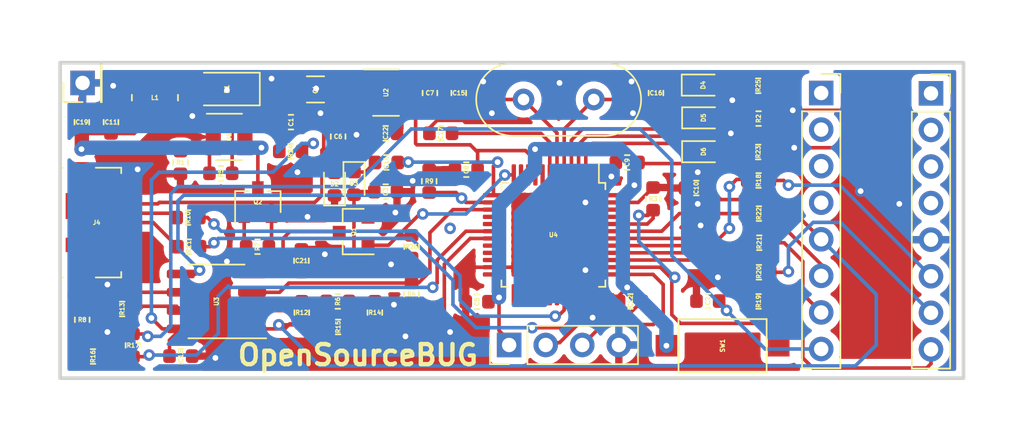
<source format=kicad_pcb>
(kicad_pcb (version 20200119) (host pcbnew "5.99.0-unknown")
  (layers (0 "F.Cu" signal) (31 "B.Cu" signal) (34 "B.Paste" user) (35 "F.Paste" user) (36 "B.SilkS" user) (37 "F.SilkS" user) (38 "B.Mask" user) (39 "F.Mask" user) (44 "Edge.Cuts" user))
  (net 0 "")
  (net 1 "GND")
  (net 2 "+15V")
  (net 3 "/VPP")
  (net 4 "Net-(C21-Pad1)")
  (net 5 "+3V3")
  (net 6 "+5V")
  (net 7 "/VCC")
  (net 8 "Net-(C11-Pad1)")
  (net 9 "Net-(C13-Pad1)")
  (net 10 "/VOLTAGE_MULTI")
  (net 11 "Net-(C14-Pad1)")
  (net 12 "XTAL2")
  (net 13 "XTAL1")
  (net 14 "Net-(C17-Pad1)")
  (net 15 "Net-(C22-Pad1)")
  (net 16 "Net-(D1-Pad2)")
  (net 17 "Net-(D4-Pad2)")
  (net 18 "PC15")
  (net 19 "Net-(D5-Pad2)")
  (net 20 "PC14")
  (net 21 "Net-(D6-Pad2)")
  (net 22 "PC13")
  (net 23 "/PA6_ICPDA")
  (net 24 "/PA7")
  (net 25 "Net-(J1-Pad4)")
  (net 26 "Net-(J1-Pad3)")
  (net 27 "Net-(J1-Pad2)")
  (net 28 "Net-(J1-Pad1)")
  (net 29 "/PA3_ICPCK")
  (net 30 "/PA4")
  (net 31 "/PA0")
  (net 32 "Net-(J2-Pad4)")
  (net 33 "Net-(J2-Pad3)")
  (net 34 "Net-(J2-Pad2)")
  (net 35 "Net-(J2-Pad1)")
  (net 36 "SWCLK")
  (net 37 "SWDIO")
  (net 38 "Net-(J4-Pad6)")
  (net 39 "Net-(J4-Pad3)")
  (net 40 "Net-(J4-Pad2)")
  (net 41 "Net-(Q1-Pad3)")
  (net 42 "/BOOST_EN")
  (net 43 "Net-(R1-Pad1)")
  (net 44 "BOOT0")
  (net 45 "/VCC_ADJ")
  (net 46 "Net-(R12-Pad2)")
  (net 47 "Net-(R13-Pad2)")
  (net 48 "/VPP_ADJ")
  (net 49 "/D-")
  (net 50 "/D+")
  (net 51 "/VCC_FEEDBACK")
  (net 52 "/VPP_FEEDBACK")
  (net 53 "Net-(R18-Pad1)")
  (net 54 "Net-(R19-Pad1)")
  (net 55 "Net-(R20-Pad1)")
  (net 56 "Net-(R21-Pad1)")
  (net 57 "Net-(R22-Pad1)")
  (net 58 "Net-(U1-Pad6)")
  (net 59 "Net-(U4-Pad46)")
  (net 60 "Net-(U4-Pad45)")
  (net 61 "Net-(U4-Pad31)")
  (net 62 "Net-(U4-Pad30)")
  (net 63 "Net-(U4-Pad29)")
  (net 64 "Net-(U4-Pad28)")
  (net 65 "Net-(U4-Pad27)")
  (net 66 "Net-(U4-Pad26)")
  (net 67 "Net-(U4-Pad25)")
  (net 68 "Net-(U4-Pad22)")
  (net 69 "Net-(U4-Pad21)")
  (net 70 "Net-(U4-Pad20)")
  (net 71 "Net-(U4-Pad17)")
  (net 72 "Net-(U4-Pad16)")
  (net 73 "Net-(U4-Pad11)")
  (net 74 "Net-(U4-Pad10)")
  (net 75 "Net-(U4-Pad1)")
  (module "Crystal:Crystal_HC49-4H_Vertical" (layer "F.Cu") (at 153.2 34.85)
    (fp_text reference "Y1" (at 0 0 90) (layer "F.SilkS") (effects (font (size 0.3 0.3))))
    (fp_text value "8MHz")
    (pad "2" thru_hole circle (at 4.88 0) (size 1.5 1.5) (drill 0.8) (layers *.Cu *.Mask) (net 13 "XTAL1"))
    (pad "1" thru_hole circle (at 0 0) (size 1.5 1.5) (drill 0.8) (layers *.Cu *.Mask) (net 12 "XTAL2"))
  )
  (module "Package_QFP:LQFP-48_7x7mm_P0.5mm" (layer "F.Cu") (at 155.275 44.25 -90)
    (fp_text reference "U4" (at 0 0) (layer "F.SilkS") (effects (font (size 0.3 0.3))))
    (fp_text value "STM32F072C8Tx")
    (pad "48" smd roundrect (at -2.75 -4.1625 270) (size 0.3 1.475) (layers "F.Cu" "F.Paste" "F.Mask") (net 5 "+3V3"))
    (pad "47" smd roundrect (at -2.25 -4.1625 270) (size 0.3 1.475) (layers "F.Cu" "F.Paste" "F.Mask") (net 1 "GND"))
    (pad "46" smd roundrect (at -1.75 -4.1625 270) (size 0.3 1.475) (layers "F.Cu" "F.Paste" "F.Mask") (net 59 "Net-(U4-Pad46)"))
    (pad "45" smd roundrect (at -1.25 -4.1625 270) (size 0.3 1.475) (layers "F.Cu" "F.Paste" "F.Mask") (net 60 "Net-(U4-Pad45)"))
    (pad "44" smd roundrect (at -0.75 -4.1625 270) (size 0.3 1.475) (layers "F.Cu" "F.Paste" "F.Mask") (net 44 "BOOT0"))
    (pad "43" smd roundrect (at -0.25 -4.1625 270) (size 0.3 1.475) (layers "F.Cu" "F.Paste" "F.Mask") (net 57 "Net-(R22-Pad1)"))
    (pad "42" smd roundrect (at 0.25 -4.1625 270) (size 0.3 1.475) (layers "F.Cu" "F.Paste" "F.Mask") (net 53 "Net-(R18-Pad1)"))
    (pad "41" smd roundrect (at 0.75 -4.1625 270) (size 0.3 1.475) (layers "F.Cu" "F.Paste" "F.Mask") (net 56 "Net-(R21-Pad1)"))
    (pad "40" smd roundrect (at 1.25 -4.1625 270) (size 0.3 1.475) (layers "F.Cu" "F.Paste" "F.Mask") (net 55 "Net-(R20-Pad1)"))
    (pad "39" smd roundrect (at 1.75 -4.1625 270) (size 0.3 1.475) (layers "F.Cu" "F.Paste" "F.Mask") (net 54 "Net-(R19-Pad1)"))
    (pad "38" smd roundrect (at 2.25 -4.1625 270) (size 0.3 1.475) (layers "F.Cu" "F.Paste" "F.Mask") (net 44 "BOOT0"))
    (pad "37" smd roundrect (at 2.75 -4.1625 270) (size 0.3 1.475) (layers "F.Cu" "F.Paste" "F.Mask") (net 36 "SWCLK"))
    (pad "36" smd roundrect (at 4.1625 -2.75 270) (size 1.475 0.3) (layers "F.Cu" "F.Paste" "F.Mask") (net 5 "+3V3"))
    (pad "35" smd roundrect (at 4.1625 -2.25 270) (size 1.475 0.3) (layers "F.Cu" "F.Paste" "F.Mask") (net 1 "GND"))
    (pad "34" smd roundrect (at 4.1625 -1.75 270) (size 1.475 0.3) (layers "F.Cu" "F.Paste" "F.Mask") (net 37 "SWDIO"))
    (pad "33" smd roundrect (at 4.1625 -1.25 270) (size 1.475 0.3) (layers "F.Cu" "F.Paste" "F.Mask") (net 50 "/D+"))
    (pad "32" smd roundrect (at 4.1625 -0.75 270) (size 1.475 0.3) (layers "F.Cu" "F.Paste" "F.Mask") (net 49 "/D-"))
    (pad "31" smd roundrect (at 4.1625 -0.25 270) (size 1.475 0.3) (layers "F.Cu" "F.Paste" "F.Mask") (net 61 "Net-(U4-Pad31)"))
    (pad "30" smd roundrect (at 4.1625 0.25 270) (size 1.475 0.3) (layers "F.Cu" "F.Paste" "F.Mask") (net 62 "Net-(U4-Pad30)"))
    (pad "29" smd roundrect (at 4.1625 0.75 270) (size 1.475 0.3) (layers "F.Cu" "F.Paste" "F.Mask") (net 63 "Net-(U4-Pad29)"))
    (pad "28" smd roundrect (at 4.1625 1.25 270) (size 1.475 0.3) (layers "F.Cu" "F.Paste" "F.Mask") (net 64 "Net-(U4-Pad28)"))
    (pad "27" smd roundrect (at 4.1625 1.75 270) (size 1.475 0.3) (layers "F.Cu" "F.Paste" "F.Mask") (net 65 "Net-(U4-Pad27)"))
    (pad "26" smd roundrect (at 4.1625 2.25 270) (size 1.475 0.3) (layers "F.Cu" "F.Paste" "F.Mask") (net 66 "Net-(U4-Pad26)"))
    (pad "25" smd roundrect (at 4.1625 2.75 270) (size 1.475 0.3) (layers "F.Cu" "F.Paste" "F.Mask") (net 67 "Net-(U4-Pad25)"))
    (pad "24" smd roundrect (at 2.75 4.1625 270) (size 0.3 1.475) (layers "F.Cu" "F.Paste" "F.Mask") (net 5 "+3V3"))
    (pad "23" smd roundrect (at 2.25 4.1625 270) (size 0.3 1.475) (layers "F.Cu" "F.Paste" "F.Mask") (net 1 "GND"))
    (pad "22" smd roundrect (at 1.75 4.1625 270) (size 0.3 1.475) (layers "F.Cu" "F.Paste" "F.Mask") (net 68 "Net-(U4-Pad22)"))
    (pad "21" smd roundrect (at 1.25 4.1625 270) (size 0.3 1.475) (layers "F.Cu" "F.Paste" "F.Mask") (net 69 "Net-(U4-Pad21)"))
    (pad "20" smd roundrect (at 0.75 4.1625 270) (size 0.3 1.475) (layers "F.Cu" "F.Paste" "F.Mask") (net 70 "Net-(U4-Pad20)"))
    (pad "19" smd roundrect (at 0.25 4.1625 270) (size 0.3 1.475) (layers "F.Cu" "F.Paste" "F.Mask") (net 51 "/VCC_FEEDBACK"))
    (pad "18" smd roundrect (at -0.25 4.1625 270) (size 0.3 1.475) (layers "F.Cu" "F.Paste" "F.Mask") (net 52 "/VPP_FEEDBACK"))
    (pad "17" smd roundrect (at -0.75 4.1625 270) (size 0.3 1.475) (layers "F.Cu" "F.Paste" "F.Mask") (net 71 "Net-(U4-Pad17)"))
    (pad "16" smd roundrect (at -1.25 4.1625 270) (size 0.3 1.475) (layers "F.Cu" "F.Paste" "F.Mask") (net 72 "Net-(U4-Pad16)"))
    (pad "15" smd roundrect (at -1.75 4.1625 270) (size 0.3 1.475) (layers "F.Cu" "F.Paste" "F.Mask") (net 45 "/VCC_ADJ"))
    (pad "14" smd roundrect (at -2.25 4.1625 270) (size 0.3 1.475) (layers "F.Cu" "F.Paste" "F.Mask") (net 48 "/VPP_ADJ"))
    (pad "13" smd roundrect (at -2.75 4.1625 270) (size 0.3 1.475) (layers "F.Cu" "F.Paste" "F.Mask") (net 10 "/VOLTAGE_MULTI"))
    (pad "12" smd roundrect (at -4.1625 2.75 270) (size 1.475 0.3) (layers "F.Cu" "F.Paste" "F.Mask") (net 42 "/BOOST_EN"))
    (pad "11" smd roundrect (at -4.1625 2.25 270) (size 1.475 0.3) (layers "F.Cu" "F.Paste" "F.Mask") (net 73 "Net-(U4-Pad11)"))
    (pad "10" smd roundrect (at -4.1625 1.75 270) (size 1.475 0.3) (layers "F.Cu" "F.Paste" "F.Mask") (net 74 "Net-(U4-Pad10)"))
    (pad "9" smd roundrect (at -4.1625 1.25 270) (size 1.475 0.3) (layers "F.Cu" "F.Paste" "F.Mask") (net 5 "+3V3"))
    (pad "8" smd roundrect (at -4.1625 0.75 270) (size 1.475 0.3) (layers "F.Cu" "F.Paste" "F.Mask") (net 1 "GND"))
    (pad "7" smd roundrect (at -4.1625 0.25 270) (size 1.475 0.3) (layers "F.Cu" "F.Paste" "F.Mask") (net 14 "Net-(C17-Pad1)"))
    (pad "6" smd roundrect (at -4.1625 -0.25 270) (size 1.475 0.3) (layers "F.Cu" "F.Paste" "F.Mask") (net 12 "XTAL2"))
    (pad "5" smd roundrect (at -4.1625 -0.75 270) (size 1.475 0.3) (layers "F.Cu" "F.Paste" "F.Mask") (net 13 "XTAL1"))
    (pad "4" smd roundrect (at -4.1625 -1.25 270) (size 1.475 0.3) (layers "F.Cu" "F.Paste" "F.Mask") (net 18 "PC15"))
    (pad "3" smd roundrect (at -4.1625 -1.75 270) (size 1.475 0.3) (layers "F.Cu" "F.Paste" "F.Mask") (net 20 "PC14"))
    (pad "2" smd roundrect (at -4.1625 -2.25 270) (size 1.475 0.3) (layers "F.Cu" "F.Paste" "F.Mask") (net 22 "PC13"))
    (pad "1" smd roundrect (at -4.1625 -2.75 270) (size 1.475 0.3) (layers "F.Cu" "F.Paste" "F.Mask") (net 75 "Net-(U4-Pad1)"))
  )
  (module "Package_SO:SOIC-8_3.9x4.9mm_P1.27mm" (layer "F.Cu") (at 131.875 48.875 180)
    (fp_text reference "U3" (at 0 0 270) (layer "F.SilkS") (effects (font (size 0.3 0.3))))
    (fp_text value "LM358")
    (pad "8" smd roundrect (at 2.475 -1.905 180) (size 1.95 0.6) (layers "F.Cu" "F.Paste" "F.Mask") (net 9 "Net-(C13-Pad1)"))
    (pad "7" smd roundrect (at 2.475 -0.635 180) (size 1.95 0.6) (layers "F.Cu" "F.Paste" "F.Mask") (net 3 "/VPP"))
    (pad "6" smd roundrect (at 2.475 0.635 180) (size 1.95 0.6) (layers "F.Cu" "F.Paste" "F.Mask") (net 47 "Net-(R13-Pad2)"))
    (pad "5" smd roundrect (at 2.475 1.905 180) (size 1.95 0.6) (layers "F.Cu" "F.Paste" "F.Mask") (net 48 "/VPP_ADJ"))
    (pad "4" smd roundrect (at -2.475 1.905 180) (size 1.95 0.6) (layers "F.Cu" "F.Paste" "F.Mask") (net 4 "Net-(C21-Pad1)"))
    (pad "3" smd roundrect (at -2.475 0.635 180) (size 1.95 0.6) (layers "F.Cu" "F.Paste" "F.Mask") (net 45 "/VCC_ADJ"))
    (pad "2" smd roundrect (at -2.475 -0.635 180) (size 1.95 0.6) (layers "F.Cu" "F.Paste" "F.Mask") (net 46 "Net-(R12-Pad2)"))
    (pad "1" smd roundrect (at -2.475 -1.905 180) (size 1.95 0.6) (layers "F.Cu" "F.Paste" "F.Mask") (net 7 "/VCC"))
  )
  (module "Package_TO_SOT_SMD:SOT-23-5" (layer "F.Cu") (at 143.65 34.375)
    (fp_text reference "U2" (at 0 0 90) (layer "F.SilkS") (effects (font (size 0.3 0.3))))
    (fp_text value "LP2985-3.3")
    (pad "5" smd rect (at 1.1 -0.95) (size 1.06 0.65) (layers "F.Cu" "F.Paste" "F.Mask") (net 5 "+3V3"))
    (pad "4" smd rect (at 1.1 0.95) (size 1.06 0.65) (layers "F.Cu" "F.Paste" "F.Mask") (net 15 "Net-(C22-Pad1)"))
    (pad "3" smd rect (at -1.1 0.95) (size 1.06 0.65) (layers "F.Cu" "F.Paste" "F.Mask") (net 6 "+5V"))
    (pad "2" smd rect (at -1.1 0) (size 1.06 0.65) (layers "F.Cu" "F.Paste" "F.Mask") (net 1 "GND"))
    (pad "1" smd rect (at -1.1 -0.95) (size 1.06 0.65) (layers "F.Cu" "F.Paste" "F.Mask") (net 6 "+5V"))
  )
  (module "Package_TO_SOT_SMD:SOT-23-6" (layer "F.Cu") (at 132.75 37.45)
    (fp_text reference "U1" (at 0 0 90) (layer "F.SilkS") (effects (font (size 0.3 0.3))))
    (fp_text value "MT3608")
    (pad "5" smd rect (at 1.1 0) (size 1.06 0.65) (layers "F.Cu" "F.Paste" "F.Mask") (net 8 "Net-(C11-Pad1)"))
    (pad "6" smd rect (at 1.1 -0.95) (size 1.06 0.65) (layers "F.Cu" "F.Paste" "F.Mask") (net 58 "Net-(U1-Pad6)"))
    (pad "4" smd rect (at 1.1 0.95) (size 1.06 0.65) (layers "F.Cu" "F.Paste" "F.Mask") (net 8 "Net-(C11-Pad1)"))
    (pad "3" smd rect (at -1.1 0.95) (size 1.06 0.65) (layers "F.Cu" "F.Paste" "F.Mask") (net 43 "Net-(R1-Pad1)"))
    (pad "2" smd rect (at -1.1 0) (size 1.06 0.65) (layers "F.Cu" "F.Paste" "F.Mask") (net 1 "GND"))
    (pad "1" smd rect (at -1.1 -0.95) (size 1.06 0.65) (layers "F.Cu" "F.Paste" "F.Mask") (net 16 "Net-(D1-Pad2)"))
  )
  (module "Button_Switch_SMD:SW_SPST_CK_RS282G05A3" (layer "F.Cu") (at 167.025 51.95)
    (fp_text reference "SW1" (at 0 0 90) (layer "F.SilkS") (effects (font (size 0.3 0.3))))
    (fp_text value "SW")
    (pad "2" smd rect (at 3.9 0) (size 1.5 1.5) (layers "F.Cu" "F.Paste" "F.Mask") (net 44 "BOOT0"))
    (pad "1" smd rect (at -3.9 0) (size 1.5 1.5) (layers "F.Cu" "F.Paste" "F.Mask") (net 5 "+3V3"))
  )
  (module "Resistor_SMD:R_0603_1608Metric" (layer "F.Cu") (at 145.425 45.075 -90)
    (fp_text reference "R26" (at 0 0) (layer "F.SilkS") (effects (font (size 0.3 0.3))))
    (fp_text value "240K")
    (pad "2" smd roundrect (at 0.7875 0 270) (size 0.875 0.95) (layers "F.Cu" "F.Paste" "F.Mask") (net 1 "GND"))
    (pad "1" smd roundrect (at -0.7875 0 270) (size 0.875 0.95) (layers "F.Cu" "F.Paste" "F.Mask") (net 42 "/BOOST_EN"))
  )
  (module "Resistor_SMD:R_0603_1608Metric" (layer "F.Cu") (at 169.5 33.9 180)
    (fp_text reference "R25" (at 0 0 270) (layer "F.SilkS") (effects (font (size 0.3 0.3))))
    (fp_text value "1K")
    (pad "2" smd roundrect (at 0.7875 0 180) (size 0.875 0.95) (layers "F.Cu" "F.Paste" "F.Mask") (net 17 "Net-(D4-Pad2)"))
    (pad "1" smd roundrect (at -0.7875 0 180) (size 0.875 0.95) (layers "F.Cu" "F.Paste" "F.Mask") (net 5 "+3V3"))
  )
  (module "Resistor_SMD:R_0603_1608Metric" (layer "F.Cu") (at 137.025 38.45)
    (fp_text reference "R24" (at 0 0 90) (layer "F.SilkS") (effects (font (size 0.3 0.3))))
    (fp_text value "20R")
    (pad "2" smd roundrect (at 0.7875 0) (size 0.875 0.95) (layers "F.Cu" "F.Paste" "F.Mask") (net 9 "Net-(C13-Pad1)"))
    (pad "1" smd roundrect (at -0.7875 0) (size 0.875 0.95) (layers "F.Cu" "F.Paste" "F.Mask") (net 2 "+15V"))
  )
  (module "Resistor_SMD:R_0603_1608Metric" (layer "F.Cu") (at 169.5 38.5 180)
    (fp_text reference "R23" (at 0 0 270) (layer "F.SilkS") (effects (font (size 0.3 0.3))))
    (fp_text value "1K")
    (pad "2" smd roundrect (at 0.7875 0 180) (size 0.875 0.95) (layers "F.Cu" "F.Paste" "F.Mask") (net 21 "Net-(D6-Pad2)"))
    (pad "1" smd roundrect (at -0.7875 0 180) (size 0.875 0.95) (layers "F.Cu" "F.Paste" "F.Mask") (net 5 "+3V3"))
  )
  (module "Resistor_SMD:R_0603_1608Metric" (layer "F.Cu") (at 169.55 42.775)
    (fp_text reference "R22" (at 0 0 90) (layer "F.SilkS") (effects (font (size 0.3 0.3))))
    (fp_text value "100R")
    (pad "2" smd roundrect (at 0.7875 0) (size 0.875 0.95) (layers "F.Cu" "F.Paste" "F.Mask") (net 24 "/PA7"))
    (pad "1" smd roundrect (at -0.7875 0) (size 0.875 0.95) (layers "F.Cu" "F.Paste" "F.Mask") (net 57 "Net-(R22-Pad1)"))
  )
  (module "Resistor_SMD:R_0603_1608Metric" (layer "F.Cu") (at 169.575 44.8)
    (fp_text reference "R21" (at 0 0 90) (layer "F.SilkS") (effects (font (size 0.3 0.3))))
    (fp_text value "100R")
    (pad "2" smd roundrect (at 0.7875 0) (size 0.875 0.95) (layers "F.Cu" "F.Paste" "F.Mask") (net 23 "/PA6_ICPDA"))
    (pad "1" smd roundrect (at -0.7875 0) (size 0.875 0.95) (layers "F.Cu" "F.Paste" "F.Mask") (net 56 "Net-(R21-Pad1)"))
  )
  (module "Resistor_SMD:R_0603_1608Metric" (layer "F.Cu") (at 169.55 46.85)
    (fp_text reference "R20" (at 0 0 90) (layer "F.SilkS") (effects (font (size 0.3 0.3))))
    (fp_text value "100R")
    (pad "2" smd roundrect (at 0.7875 0) (size 0.875 0.95) (layers "F.Cu" "F.Paste" "F.Mask") (net 30 "/PA4"))
    (pad "1" smd roundrect (at -0.7875 0) (size 0.875 0.95) (layers "F.Cu" "F.Paste" "F.Mask") (net 55 "Net-(R20-Pad1)"))
  )
  (module "Resistor_SMD:R_0603_1608Metric" (layer "F.Cu") (at 169.525 48.875)
    (fp_text reference "R19" (at 0 0 90) (layer "F.SilkS") (effects (font (size 0.3 0.3))))
    (fp_text value "100R")
    (pad "2" smd roundrect (at 0.7875 0) (size 0.875 0.95) (layers "F.Cu" "F.Paste" "F.Mask") (net 29 "/PA3_ICPCK"))
    (pad "1" smd roundrect (at -0.7875 0) (size 0.875 0.95) (layers "F.Cu" "F.Paste" "F.Mask") (net 54 "Net-(R19-Pad1)"))
  )
  (module "Resistor_SMD:R_0603_1608Metric" (layer "F.Cu") (at 169.525 40.475)
    (fp_text reference "R18" (at 0 0 90) (layer "F.SilkS") (effects (font (size 0.3 0.3))))
    (fp_text value "100R")
    (pad "2" smd roundrect (at 0.7875 0) (size 0.875 0.95) (layers "F.Cu" "F.Paste" "F.Mask") (net 31 "/PA0"))
    (pad "1" smd roundrect (at -0.7875 0) (size 0.875 0.95) (layers "F.Cu" "F.Paste" "F.Mask") (net 53 "Net-(R18-Pad1)"))
  )
  (module "Resistor_SMD:R_0603_1608Metric" (layer "F.Cu") (at 126.075 51.925 -90)
    (fp_text reference "R17" (at 0 0) (layer "F.SilkS") (effects (font (size 0.3 0.3))))
    (fp_text value "100K")
    (pad "2" smd roundrect (at 0.7875 0 270) (size 0.875 0.95) (layers "F.Cu" "F.Paste" "F.Mask") (net 52 "/VPP_FEEDBACK"))
    (pad "1" smd roundrect (at -0.7875 0 270) (size 0.875 0.95) (layers "F.Cu" "F.Paste" "F.Mask") (net 3 "/VPP"))
  )
  (module "Resistor_SMD:R_0603_1608Metric" (layer "F.Cu") (at 123.3 52.7 180)
    (fp_text reference "R16" (at 0 0 270) (layer "F.SilkS") (effects (font (size 0.3 0.3))))
    (fp_text value "20K")
    (pad "2" smd roundrect (at 0.7875 0 180) (size 0.875 0.95) (layers "F.Cu" "F.Paste" "F.Mask") (net 1 "GND"))
    (pad "1" smd roundrect (at -0.7875 0 180) (size 0.875 0.95) (layers "F.Cu" "F.Paste" "F.Mask") (net 52 "/VPP_FEEDBACK"))
  )
  (module "Resistor_SMD:R_0603_1608Metric" (layer "F.Cu") (at 140.325 50.65)
    (fp_text reference "R15" (at 0 0 90) (layer "F.SilkS") (effects (font (size 0.3 0.3))))
    (fp_text value "100K")
    (pad "2" smd roundrect (at 0.7875 0) (size 0.875 0.95) (layers "F.Cu" "F.Paste" "F.Mask") (net 51 "/VCC_FEEDBACK"))
    (pad "1" smd roundrect (at -0.7875 0) (size 0.875 0.95) (layers "F.Cu" "F.Paste" "F.Mask") (net 7 "/VCC"))
  )
  (module "Resistor_SMD:R_0603_1608Metric" (layer "F.Cu") (at 142.875 49.65 90)
    (fp_text reference "R14" (at 0 0 180) (layer "F.SilkS") (effects (font (size 0.3 0.3))))
    (fp_text value "20K")
    (pad "2" smd roundrect (at 0.7875 0 90) (size 0.875 0.95) (layers "F.Cu" "F.Paste" "F.Mask") (net 1 "GND"))
    (pad "1" smd roundrect (at -0.7875 0 90) (size 0.875 0.95) (layers "F.Cu" "F.Paste" "F.Mask") (net 51 "/VCC_FEEDBACK"))
  )
  (module "Resistor_SMD:R_0603_1608Metric" (layer "F.Cu") (at 125.325 49.4 180)
    (fp_text reference "R13" (at 0 0 270) (layer "F.SilkS") (effects (font (size 0.3 0.3))))
    (fp_text value "20K")
    (pad "2" smd roundrect (at 0.7875 0 180) (size 0.875 0.95) (layers "F.Cu" "F.Paste" "F.Mask") (net 47 "Net-(R13-Pad2)"))
    (pad "1" smd roundrect (at -0.7875 0 180) (size 0.875 0.95) (layers "F.Cu" "F.Paste" "F.Mask") (net 3 "/VPP"))
  )
  (module "Resistor_SMD:R_0603_1608Metric" (layer "F.Cu") (at 137.8 49.65 90)
    (fp_text reference "R12" (at 0 0 180) (layer "F.SilkS") (effects (font (size 0.3 0.3))))
    (fp_text value "20K")
    (pad "2" smd roundrect (at 0.7875 0 90) (size 0.875 0.95) (layers "F.Cu" "F.Paste" "F.Mask") (net 46 "Net-(R12-Pad2)"))
    (pad "1" smd roundrect (at -0.7875 0 90) (size 0.875 0.95) (layers "F.Cu" "F.Paste" "F.Mask") (net 7 "/VCC"))
  )
  (module "Resistor_SMD:R_0603_1608Metric" (layer "F.Cu") (at 129.95 45.075)
    (fp_text reference "R11" (at 0 0 90) (layer "F.SilkS") (effects (font (size 0.3 0.3))))
    (fp_text value "20R")
    (pad "2" smd roundrect (at 0.7875 0) (size 0.875 0.95) (layers "F.Cu" "F.Paste" "F.Mask") (net 50 "/D+"))
    (pad "1" smd roundrect (at -0.7875 0) (size 0.875 0.95) (layers "F.Cu" "F.Paste" "F.Mask") (net 39 "Net-(J4-Pad3)"))
  )
  (module "Resistor_SMD:R_0603_1608Metric" (layer "F.Cu") (at 129.9 43.05 180)
    (fp_text reference "R10" (at 0 0 270) (layer "F.SilkS") (effects (font (size 0.3 0.3))))
    (fp_text value "20R")
    (pad "2" smd roundrect (at 0.7875 0 180) (size 0.875 0.95) (layers "F.Cu" "F.Paste" "F.Mask") (net 40 "Net-(J4-Pad2)"))
    (pad "1" smd roundrect (at -0.7875 0 180) (size 0.875 0.95) (layers "F.Cu" "F.Paste" "F.Mask") (net 49 "/D-"))
  )
  (module "Resistor_SMD:R_0603_1608Metric" (layer "F.Cu") (at 146.65 40.525 90)
    (fp_text reference "R9" (at 0 0 180) (layer "F.SilkS") (effects (font (size 0.3 0.3))))
    (fp_text value "240K")
    (pad "2" smd roundrect (at 0.7875 0 90) (size 0.875 0.95) (layers "F.Cu" "F.Paste" "F.Mask") (net 1 "GND"))
    (pad "1" smd roundrect (at -0.7875 0 90) (size 0.875 0.95) (layers "F.Cu" "F.Paste" "F.Mask") (net 48 "/VPP_ADJ"))
  )
  (module "Resistor_SMD:R_0603_1608Metric" (layer "F.Cu") (at 122.55 50.15 -90)
    (fp_text reference "R8" (at 0 0) (layer "F.SilkS") (effects (font (size 0.3 0.3))))
    (fp_text value "6.2K")
    (pad "2" smd roundrect (at 0.7875 0 270) (size 0.875 0.95) (layers "F.Cu" "F.Paste" "F.Mask") (net 1 "GND"))
    (pad "1" smd roundrect (at -0.7875 0 270) (size 0.875 0.95) (layers "F.Cu" "F.Paste" "F.Mask") (net 47 "Net-(R13-Pad2)"))
  )
  (module "Resistor_SMD:R_0603_1608Metric" (layer "F.Cu") (at 134.725 45.075)
    (fp_text reference "R7" (at 0 0 90) (layer "F.SilkS") (effects (font (size 0.3 0.3))))
    (fp_text value "6.2K")
    (pad "2" smd roundrect (at 0.7875 0) (size 0.875 0.95) (layers "F.Cu" "F.Paste" "F.Mask") (net 6 "+5V"))
    (pad "1" smd roundrect (at -0.7875 0) (size 0.875 0.95) (layers "F.Cu" "F.Paste" "F.Mask") (net 41 "Net-(Q1-Pad3)"))
  )
  (module "Resistor_SMD:R_0603_1608Metric" (layer "F.Cu") (at 140.3 48.875)
    (fp_text reference "R6" (at 0 0 90) (layer "F.SilkS") (effects (font (size 0.3 0.3))))
    (fp_text value "20K")
    (pad "2" smd roundrect (at 0.7875 0) (size 0.875 0.95) (layers "F.Cu" "F.Paste" "F.Mask") (net 1 "GND"))
    (pad "1" smd roundrect (at -0.7875 0) (size 0.875 0.95) (layers "F.Cu" "F.Paste" "F.Mask") (net 46 "Net-(R12-Pad2)"))
  )
  (module "Resistor_SMD:R_0603_1608Metric" (layer "F.Cu") (at 132.175 39.975 180)
    (fp_text reference "R5" (at 0 0 270) (layer "F.SilkS") (effects (font (size 0.3 0.3))))
    (fp_text value "240K")
    (pad "2" smd roundrect (at 0.7875 0 180) (size 0.875 0.95) (layers "F.Cu" "F.Paste" "F.Mask") (net 43 "Net-(R1-Pad1)"))
    (pad "1" smd roundrect (at -0.7875 0 180) (size 0.875 0.95) (layers "F.Cu" "F.Paste" "F.Mask") (net 2 "+15V"))
  )
  (module "Resistor_SMD:R_0603_1608Metric" (layer "F.Cu") (at 145.425 48.375 -90)
    (fp_text reference "R4" (at 0 0) (layer "F.SilkS") (effects (font (size 0.3 0.3))))
    (fp_text value "240K")
    (pad "2" smd roundrect (at 0.7875 0 270) (size 0.875 0.95) (layers "F.Cu" "F.Paste" "F.Mask") (net 1 "GND"))
    (pad "1" smd roundrect (at -0.7875 0 270) (size 0.875 0.95) (layers "F.Cu" "F.Paste" "F.Mask") (net 45 "/VCC_ADJ"))
  )
  (module "Resistor_SMD:R_0603_1608Metric" (layer "F.Cu") (at 162.2 41.75 90)
    (fp_text reference "R3" (at 0 0 180) (layer "F.SilkS") (effects (font (size 0.3 0.3))))
    (fp_text value "20K")
    (pad "2" smd roundrect (at 0.7875 0 90) (size 0.875 0.95) (layers "F.Cu" "F.Paste" "F.Mask") (net 1 "GND"))
    (pad "1" smd roundrect (at -0.7875 0 90) (size 0.875 0.95) (layers "F.Cu" "F.Paste" "F.Mask") (net 44 "BOOT0"))
  )
  (module "Resistor_SMD:R_0603_1608Metric" (layer "F.Cu") (at 169.525 36.175 180)
    (fp_text reference "R2" (at 0 0 270) (layer "F.SilkS") (effects (font (size 0.3 0.3))))
    (fp_text value "1K")
    (pad "2" smd roundrect (at 0.7875 0 180) (size 0.875 0.95) (layers "F.Cu" "F.Paste" "F.Mask") (net 19 "Net-(D5-Pad2)"))
    (pad "1" smd roundrect (at -0.7875 0 180) (size 0.875 0.95) (layers "F.Cu" "F.Paste" "F.Mask") (net 5 "+3V3"))
  )
  (module "Resistor_SMD:R_0603_1608Metric" (layer "F.Cu") (at 129.375 39.225 -90)
    (fp_text reference "R1" (at 0 0) (layer "F.SilkS") (effects (font (size 0.3 0.3))))
    (fp_text value "10K")
    (pad "2" smd roundrect (at 0.7875 0 270) (size 0.875 0.95) (layers "F.Cu" "F.Paste" "F.Mask") (net 1 "GND"))
    (pad "1" smd roundrect (at -0.7875 0 270) (size 0.875 0.95) (layers "F.Cu" "F.Paste" "F.Mask") (net 43 "Net-(R1-Pad1)"))
  )
  (module "Package_TO_SOT_SMD:SOT-23" (layer "F.Cu") (at 134.75 41.975 90)
    (fp_text reference "Q2" (at 0 0 180) (layer "F.SilkS") (effects (font (size 0.3 0.3))))
    (fp_text value "BSS84")
    (pad "3" smd rect (at 1 0 90) (size 0.9 0.8) (layers "F.Cu" "F.Paste" "F.Mask") (net 8 "Net-(C11-Pad1)"))
    (pad "2" smd rect (at -1 0.95 90) (size 0.9 0.8) (layers "F.Cu" "F.Paste" "F.Mask") (net 6 "+5V"))
    (pad "1" smd rect (at -1 -0.95 90) (size 0.9 0.8) (layers "F.Cu" "F.Paste" "F.Mask") (net 41 "Net-(Q1-Pad3)"))
  )
  (module "Package_TO_SOT_SMD:SOT-23" (layer "F.Cu") (at 141.4 44.025 180)
    (fp_text reference "Q1" (at 0 0 270) (layer "F.SilkS") (effects (font (size 0.3 0.3))))
    (fp_text value "BSS138")
    (pad "3" smd rect (at 1 0 180) (size 0.9 0.8) (layers "F.Cu" "F.Paste" "F.Mask") (net 41 "Net-(Q1-Pad3)"))
    (pad "2" smd rect (at -1 0.95 180) (size 0.9 0.8) (layers "F.Cu" "F.Paste" "F.Mask") (net 1 "GND"))
    (pad "1" smd rect (at -1 -0.95 180) (size 0.9 0.8) (layers "F.Cu" "F.Paste" "F.Mask") (net 42 "/BOOST_EN"))
  )
  (module "Inductor_SMD:L_Wuerth_MAPI-3015" (layer "F.Cu") (at 127.6 34.725 90)
    (fp_text reference "L1" (at 0 0 180) (layer "F.SilkS") (effects (font (size 0.3 0.3))))
    (fp_text value "6.8uH")
    (pad "2" smd rect (at 1.05 0 90) (size 1.3 3.4) (layers "F.Cu" "F.Paste" "F.Mask") (net 16 "Net-(D1-Pad2)"))
    (pad "1" smd rect (at -1.05 0 90) (size 1.3 3.4) (layers "F.Cu" "F.Paste" "F.Mask") (net 8 "Net-(C11-Pad1)"))
  )
  (module "Connector_PinHeader_2.54mm:PinHeader_1x01_P2.54mm_Vertical" (layer "F.Cu") (at 122.575 33.7 90)
    (fp_text reference "J5" (at 0 0 180) (layer "F.SilkS") (effects (font (size 0.3 0.3))))
    (fp_text value "Conn_01x01_Male")
    (pad "1" thru_hole rect (at 0 0 90) (size 1.7 1.7) (drill 1) (layers *.Cu *.Mask) (net 1 "GND"))
  )
  (module "Connector_USB:USB_Micro-B_Molex_47346-0001" (layer "F.Cu") (at 123.55 43.4 -90)
    (fp_text reference "J4" (at 0 0) (layer "F.SilkS") (effects (font (size 0.3 0.3))))
    (fp_text value "USB_B_Micro")
    (pad "6" smd rect (at 1.55 1.2 270) (size 1 1.9) (layers "F.Cu" "F.Paste" "F.Mask") (net 38 "Net-(J4-Pad6)"))
    (pad "6" smd rect (at -1.15 1.2 270) (size 1.8 1.9) (layers "F.Cu" "F.Paste" "F.Mask") (net 38 "Net-(J4-Pad6)"))
    (pad "6" smd rect (at 3.375 1.2 270) (size 1.65 1.3) (layers "F.Cu" "F.Paste" "F.Mask") (net 38 "Net-(J4-Pad6)"))
    (pad "6" smd rect (at -3.375 1.2 270) (size 1.65 1.3) (layers "F.Cu" "F.Paste" "F.Mask") (net 38 "Net-(J4-Pad6)"))
    (pad "6" smd rect (at 2.4875 -1.375 270) (size 1.425 1.55) (layers "F.Cu" "F.Paste" "F.Mask") (net 38 "Net-(J4-Pad6)"))
    (pad "6" smd rect (at -2.4875 -1.375 270) (size 1.425 1.55) (layers "F.Cu" "F.Paste" "F.Mask") (net 38 "Net-(J4-Pad6)"))
    (pad "5" smd rect (at 1.3 -1.46 270) (size 0.45 1.38) (layers "F.Cu" "F.Paste" "F.Mask") (net 1 "GND"))
    (pad "4" smd rect (at 0.65 -1.46 270) (size 0.45 1.38) (layers "F.Cu" "F.Paste" "F.Mask") (net 1 "GND"))
    (pad "3" smd rect (at 0 -1.46 270) (size 0.45 1.38) (layers "F.Cu" "F.Paste" "F.Mask") (net 39 "Net-(J4-Pad3)"))
    (pad "2" smd rect (at -0.65 -1.46 270) (size 0.45 1.38) (layers "F.Cu" "F.Paste" "F.Mask") (net 40 "Net-(J4-Pad2)"))
    (pad "1" smd rect (at -1.3 -1.46 270) (size 0.45 1.38) (layers "F.Cu" "F.Paste" "F.Mask") (net 6 "+5V"))
  )
  (module "Connector_PinHeader_2.54mm:PinHeader_1x04_P2.54mm_Vertical" (layer "F.Cu") (at 152.2 51.9 90)
    (fp_text reference "J3" (at 0 0 180) (layer "F.SilkS") (effects (font (size 0.3 0.3))))
    (fp_text value "SWD")
    (pad "4" thru_hole oval (at 0 7.62 90) (size 1.7 1.7) (drill 1) (layers *.Cu *.Mask) (net 1 "GND"))
    (pad "3" thru_hole oval (at 0 5.08 90) (size 1.7 1.7) (drill 1) (layers *.Cu *.Mask) (net 36 "SWCLK"))
    (pad "2" thru_hole oval (at 0 2.54 90) (size 1.7 1.7) (drill 1) (layers *.Cu *.Mask) (net 37 "SWDIO"))
    (pad "1" thru_hole rect (at 0 0 90) (size 1.7 1.7) (drill 1) (layers *.Cu *.Mask) (net 5 "+3V3"))
  )
  (module "Connector_PinSocket_2.54mm:PinSocket_1x08_P2.54mm_Vertical" (layer "F.Cu") (at 181.5 34.425)
    (fp_text reference "J2" (at 0 0 90) (layer "F.SilkS") (effects (font (size 0.3 0.3))))
    (fp_text value "Conn_01x08_Female")
    (pad "8" thru_hole oval (at 0 17.78) (size 1.7 1.7) (drill 1) (layers *.Cu *.Mask) (net 29 "/PA3_ICPCK"))
    (pad "7" thru_hole oval (at 0 15.24) (size 1.7 1.7) (drill 1) (layers *.Cu *.Mask) (net 30 "/PA4"))
    (pad "6" thru_hole oval (at 0 12.7) (size 1.7 1.7) (drill 1) (layers *.Cu *.Mask) (net 31 "/PA0"))
    (pad "5" thru_hole oval (at 0 10.16) (size 1.7 1.7) (drill 1) (layers *.Cu *.Mask) (net 1 "GND"))
    (pad "4" thru_hole oval (at 0 7.62) (size 1.7 1.7) (drill 1) (layers *.Cu *.Mask) (net 32 "Net-(J2-Pad4)"))
    (pad "3" thru_hole oval (at 0 5.08) (size 1.7 1.7) (drill 1) (layers *.Cu *.Mask) (net 33 "Net-(J2-Pad3)"))
    (pad "2" thru_hole oval (at 0 2.54) (size 1.7 1.7) (drill 1) (layers *.Cu *.Mask) (net 34 "Net-(J2-Pad2)"))
    (pad "1" thru_hole rect (at 0 0) (size 1.7 1.7) (drill 1) (layers *.Cu *.Mask) (net 35 "Net-(J2-Pad1)"))
  )
  (module "Connector_PinSocket_2.54mm:PinSocket_1x08_P2.54mm_Vertical" (layer "F.Cu") (at 173.875 34.4)
    (fp_text reference "J1" (at 0 0 90) (layer "F.SilkS") (effects (font (size 0.3 0.3))))
    (fp_text value "Conn_01x08_Female")
    (pad "8" thru_hole oval (at 0 17.78) (size 1.7 1.7) (drill 1) (layers *.Cu *.Mask) (net 3 "/VPP"))
    (pad "7" thru_hole oval (at 0 15.24) (size 1.7 1.7) (drill 1) (layers *.Cu *.Mask) (net 23 "/PA6_ICPDA"))
    (pad "6" thru_hole oval (at 0 12.7) (size 1.7 1.7) (drill 1) (layers *.Cu *.Mask) (net 24 "/PA7"))
    (pad "5" thru_hole oval (at 0 10.16) (size 1.7 1.7) (drill 1) (layers *.Cu *.Mask) (net 7 "/VCC"))
    (pad "4" thru_hole oval (at 0 7.62) (size 1.7 1.7) (drill 1) (layers *.Cu *.Mask) (net 25 "Net-(J1-Pad4)"))
    (pad "3" thru_hole oval (at 0 5.08) (size 1.7 1.7) (drill 1) (layers *.Cu *.Mask) (net 26 "Net-(J1-Pad3)"))
    (pad "2" thru_hole oval (at 0 2.54) (size 1.7 1.7) (drill 1) (layers *.Cu *.Mask) (net 27 "Net-(J1-Pad2)"))
    (pad "1" thru_hole rect (at 0 0) (size 1.7 1.7) (drill 1) (layers *.Cu *.Mask) (net 28 "Net-(J1-Pad1)"))
  )
  (module "LED_SMD:LED_0603_1608Metric" (layer "F.Cu") (at 165.7 38.475)
    (fp_text reference "D6" (at 0 0 90) (layer "F.SilkS") (effects (font (size 0.3 0.3))))
    (fp_text value "LED")
    (pad "2" smd roundrect (at 0.7875 0) (size 0.875 0.95) (layers "F.Cu" "F.Paste" "F.Mask") (net 21 "Net-(D6-Pad2)"))
    (pad "1" smd roundrect (at -0.7875 0) (size 0.875 0.95) (layers "F.Cu" "F.Paste" "F.Mask") (net 22 "PC13"))
  )
  (module "LED_SMD:LED_0603_1608Metric" (layer "F.Cu") (at 165.7 36.125)
    (fp_text reference "D5" (at 0 0 90) (layer "F.SilkS") (effects (font (size 0.3 0.3))))
    (fp_text value "LED")
    (pad "2" smd roundrect (at 0.7875 0) (size 0.875 0.95) (layers "F.Cu" "F.Paste" "F.Mask") (net 19 "Net-(D5-Pad2)"))
    (pad "1" smd roundrect (at -0.7875 0) (size 0.875 0.95) (layers "F.Cu" "F.Paste" "F.Mask") (net 20 "PC14"))
  )
  (module "LED_SMD:LED_0603_1608Metric" (layer "F.Cu") (at 165.675 33.85)
    (fp_text reference "D4" (at 0 0 90) (layer "F.SilkS") (effects (font (size 0.3 0.3))))
    (fp_text value "LED")
    (pad "2" smd roundrect (at 0.7875 0) (size 0.875 0.95) (layers "F.Cu" "F.Paste" "F.Mask") (net 17 "Net-(D4-Pad2)"))
    (pad "1" smd roundrect (at -0.7875 0) (size 0.875 0.95) (layers "F.Cu" "F.Paste" "F.Mask") (net 18 "PC15"))
  )
  (module "Diode_SMD:D_0603_1608Metric" (layer "F.Cu") (at 141.425 40.675 -90)
    (fp_text reference "D3" (at 0 0) (layer "F.SilkS") (effects (font (size 0.3 0.3))))
    (fp_text value "D")
    (pad "2" smd roundrect (at 0.7875 0 270) (size 0.875 0.95) (layers "F.Cu" "F.Paste" "F.Mask") (net 4 "Net-(C21-Pad1)"))
    (pad "1" smd roundrect (at -0.7875 0 270) (size 0.875 0.95) (layers "F.Cu" "F.Paste" "F.Mask") (net 11 "Net-(C14-Pad1)"))
  )
  (module "Diode_SMD:D_0603_1608Metric" (layer "F.Cu") (at 140.075 40.725 90)
    (fp_text reference "D2" (at 0 0 180) (layer "F.SilkS") (effects (font (size 0.3 0.3))))
    (fp_text value "D")
    (pad "2" smd roundrect (at 0.7875 0 90) (size 0.875 0.95) (layers "F.Cu" "F.Paste" "F.Mask") (net 11 "Net-(C14-Pad1)"))
    (pad "1" smd roundrect (at -0.7875 0 90) (size 0.875 0.95) (layers "F.Cu" "F.Paste" "F.Mask") (net 1 "GND"))
  )
  (module "Diode_SMD:D_1206_3216Metric" (layer "F.Cu") (at 132.6 34.125 180)
    (fp_text reference "D1" (at 0 0 270) (layer "F.SilkS") (effects (font (size 0.3 0.3))))
    (fp_text value "Schottky")
    (pad "2" smd roundrect (at 1.4 0 180) (size 1.25 1.75) (layers "F.Cu" "F.Paste" "F.Mask") (roundrect_rratio 0.2) (net 16 "Net-(D1-Pad2)"))
    (pad "1" smd roundrect (at -1.4 0 180) (size 1.25 1.75) (layers "F.Cu" "F.Paste" "F.Mask") (roundrect_rratio 0.2) (net 2 "+15V"))
  )
  (module "Capacitor_SMD:C_0603_1608Metric" (layer "F.Cu") (at 143.625 37.2 180)
    (fp_text reference "C22" (at 0 0 270) (layer "F.SilkS") (effects (font (size 0.3 0.3))))
    (fp_text value "100nF")
    (pad "2" smd roundrect (at 0.7875 0 180) (size 0.875 0.95) (layers "F.Cu" "F.Paste" "F.Mask") (net 1 "GND"))
    (pad "1" smd roundrect (at -0.7875 0 180) (size 0.875 0.95) (layers "F.Cu" "F.Paste" "F.Mask") (net 15 "Net-(C22-Pad1)"))
  )
  (module "Capacitor_SMD:C_0603_1608Metric" (layer "F.Cu") (at 137.775 46.05 90)
    (fp_text reference "C21" (at 0 0 180) (layer "F.SilkS") (effects (font (size 0.3 0.3))))
    (fp_text value "4.7uF")
    (pad "2" smd roundrect (at 0.7875 0 90) (size 0.875 0.95) (layers "F.Cu" "F.Paste" "F.Mask") (net 1 "GND"))
    (pad "1" smd roundrect (at -0.7875 0 90) (size 0.875 0.95) (layers "F.Cu" "F.Paste" "F.Mask") (net 4 "Net-(C21-Pad1)"))
  )
  (module "Capacitor_SMD:C_0603_1608Metric" (layer "F.Cu") (at 122.525 36.425 90)
    (fp_text reference "C19" (at 0 0 180) (layer "F.SilkS") (effects (font (size 0.3 0.3))))
    (fp_text value "100nF")
    (pad "2" smd roundrect (at 0.7875 0 90) (size 0.875 0.95) (layers "F.Cu" "F.Paste" "F.Mask") (net 1 "GND"))
    (pad "1" smd roundrect (at -0.7875 0 90) (size 0.875 0.95) (layers "F.Cu" "F.Paste" "F.Mask") (net 8 "Net-(C11-Pad1)"))
  )
  (module "Capacitor_SMD:C_0603_1608Metric" (layer "F.Cu") (at 147.45 37.2 180)
    (fp_text reference "C17" (at 0 0 270) (layer "F.SilkS") (effects (font (size 0.3 0.3))))
    (fp_text value "100nF")
    (pad "2" smd roundrect (at 0.7875 0 180) (size 0.875 0.95) (layers "F.Cu" "F.Paste" "F.Mask") (net 1 "GND"))
    (pad "1" smd roundrect (at -0.7875 0 180) (size 0.875 0.95) (layers "F.Cu" "F.Paste" "F.Mask") (net 14 "Net-(C17-Pad1)"))
  )
  (module "Capacitor_SMD:C_0603_1608Metric" (layer "F.Cu") (at 162.4 34.4 90)
    (fp_text reference "C16" (at 0 0 180) (layer "F.SilkS") (effects (font (size 0.3 0.3))))
    (fp_text value "20pF")
    (pad "2" smd roundrect (at 0.7875 0 90) (size 0.875 0.95) (layers "F.Cu" "F.Paste" "F.Mask") (net 1 "GND"))
    (pad "1" smd roundrect (at -0.7875 0 90) (size 0.875 0.95) (layers "F.Cu" "F.Paste" "F.Mask") (net 13 "XTAL1"))
  )
  (module "Capacitor_SMD:C_0603_1608Metric" (layer "F.Cu") (at 148.7 34.4 90)
    (fp_text reference "C15" (at 0 0 180) (layer "F.SilkS") (effects (font (size 0.3 0.3))))
    (fp_text value "20pF")
    (pad "2" smd roundrect (at 0.7875 0 90) (size 0.875 0.95) (layers "F.Cu" "F.Paste" "F.Mask") (net 1 "GND"))
    (pad "1" smd roundrect (at -0.7875 0 90) (size 0.875 0.95) (layers "F.Cu" "F.Paste" "F.Mask") (net 12 "XTAL2"))
  )
  (module "Capacitor_SMD:C_0603_1608Metric" (layer "F.Cu") (at 143.675 39.225)
    (fp_text reference "C14" (at 0 0 90) (layer "F.SilkS") (effects (font (size 0.3 0.3))))
    (fp_text value "100nF")
    (pad "2" smd roundrect (at 0.7875 0) (size 0.875 0.95) (layers "F.Cu" "F.Paste" "F.Mask") (net 10 "/VOLTAGE_MULTI"))
    (pad "1" smd roundrect (at -0.7875 0) (size 0.875 0.95) (layers "F.Cu" "F.Paste" "F.Mask") (net 11 "Net-(C14-Pad1)"))
  )
  (module "Capacitor_SMD:C_0603_1608Metric" (layer "F.Cu") (at 129.4 52.675)
    (fp_text reference "C13" (at 0 0 90) (layer "F.SilkS") (effects (font (size 0.3 0.3))))
    (fp_text value "4.7uF")
    (pad "2" smd roundrect (at 0.7875 0) (size 0.875 0.95) (layers "F.Cu" "F.Paste" "F.Mask") (net 1 "GND"))
    (pad "1" smd roundrect (at -0.7875 0) (size 0.875 0.95) (layers "F.Cu" "F.Paste" "F.Mask") (net 9 "Net-(C13-Pad1)"))
  )
  (module "Capacitor_SMD:C_0603_1608Metric" (layer "F.Cu") (at 160.625 48.875)
    (fp_text reference "C12" (at 0 0 90) (layer "F.SilkS") (effects (font (size 0.3 0.3))))
    (fp_text value "100nF")
    (pad "2" smd roundrect (at 0.7875 0) (size 0.875 0.95) (layers "F.Cu" "F.Paste" "F.Mask") (net 1 "GND"))
    (pad "1" smd roundrect (at -0.7875 0) (size 0.875 0.95) (layers "F.Cu" "F.Paste" "F.Mask") (net 5 "+3V3"))
  )
  (module "Capacitor_SMD:C_0603_1608Metric" (layer "F.Cu") (at 124.55 36.425 90)
    (fp_text reference "C11" (at 0 0 180) (layer "F.SilkS") (effects (font (size 0.3 0.3))))
    (fp_text value "4.7uF")
    (pad "2" smd roundrect (at 0.7875 0 90) (size 0.875 0.95) (layers "F.Cu" "F.Paste" "F.Mask") (net 1 "GND"))
    (pad "1" smd roundrect (at -0.7875 0 90) (size 0.875 0.95) (layers "F.Cu" "F.Paste" "F.Mask") (net 8 "Net-(C11-Pad1)"))
  )
  (module "Capacitor_SMD:C_0603_1608Metric" (layer "F.Cu") (at 165.2 41 180)
    (fp_text reference "C10" (at 0 0 270) (layer "F.SilkS") (effects (font (size 0.3 0.3))))
    (fp_text value "100nF")
    (pad "2" smd roundrect (at 0.7875 0 180) (size 0.875 0.95) (layers "F.Cu" "F.Paste" "F.Mask") (net 1 "GND"))
    (pad "1" smd roundrect (at -0.7875 0 180) (size 0.875 0.95) (layers "F.Cu" "F.Paste" "F.Mask") (net 7 "/VCC"))
  )
  (module "Capacitor_SMD:C_0603_1608Metric" (layer "F.Cu") (at 160.4 39.225 180)
    (fp_text reference "C9" (at 0 0 270) (layer "F.SilkS") (effects (font (size 0.3 0.3))))
    (fp_text value "100nF")
    (pad "2" smd roundrect (at 0.7875 0 180) (size 0.875 0.95) (layers "F.Cu" "F.Paste" "F.Mask") (net 1 "GND"))
    (pad "1" smd roundrect (at -0.7875 0 180) (size 0.875 0.95) (layers "F.Cu" "F.Paste" "F.Mask") (net 5 "+3V3"))
  )
  (module "Capacitor_SMD:C_0603_1608Metric" (layer "F.Cu") (at 149.225 39.725 180)
    (fp_text reference "C8" (at 0 0 270) (layer "F.SilkS") (effects (font (size 0.3 0.3))))
    (fp_text value "100nF")
    (pad "2" smd roundrect (at 0.7875 0 180) (size 0.875 0.95) (layers "F.Cu" "F.Paste" "F.Mask") (net 1 "GND"))
    (pad "1" smd roundrect (at -0.7875 0 180) (size 0.875 0.95) (layers "F.Cu" "F.Paste" "F.Mask") (net 5 "+3V3"))
  )
  (module "Capacitor_SMD:C_0603_1608Metric" (layer "F.Cu") (at 146.7 34.4 90)
    (fp_text reference "C7" (at 0 0 180) (layer "F.SilkS") (effects (font (size 0.3 0.3))))
    (fp_text value "4.7uF")
    (pad "2" smd roundrect (at 0.7875 0 90) (size 0.875 0.95) (layers "F.Cu" "F.Paste" "F.Mask") (net 1 "GND"))
    (pad "1" smd roundrect (at -0.7875 0 90) (size 0.875 0.95) (layers "F.Cu" "F.Paste" "F.Mask") (net 5 "+3V3"))
  )
  (module "Capacitor_SMD:C_0603_1608Metric" (layer "F.Cu") (at 140.325 37.425 -90)
    (fp_text reference "C6" (at 0 0) (layer "F.SilkS") (effects (font (size 0.3 0.3))))
    (fp_text value "4.7uF")
    (pad "2" smd roundrect (at 0.7875 0 270) (size 0.875 0.95) (layers "F.Cu" "F.Paste" "F.Mask") (net 1 "GND"))
    (pad "1" smd roundrect (at -0.7875 0 270) (size 0.875 0.95) (layers "F.Cu" "F.Paste" "F.Mask") (net 6 "+5V"))
  )
  (module "Capacitor_SMD:C_0603_1608Metric" (layer "F.Cu") (at 149.975 48.9 180)
    (fp_text reference "C5" (at 0 0 270) (layer "F.SilkS") (effects (font (size 0.3 0.3))))
    (fp_text value "100nF")
    (pad "2" smd roundrect (at 0.7875 0 180) (size 0.875 0.95) (layers "F.Cu" "F.Paste" "F.Mask") (net 1 "GND"))
    (pad "1" smd roundrect (at -0.7875 0 180) (size 0.875 0.95) (layers "F.Cu" "F.Paste" "F.Mask") (net 5 "+3V3"))
  )
  (module "Capacitor_SMD:C_1206_3216Metric" (layer "F.Cu") (at 138.75 34.15)
    (fp_text reference "C4" (at 0 0 90) (layer "F.SilkS") (effects (font (size 0.3 0.3))))
    (fp_text value "47uF")
    (pad "2" smd roundrect (at 1.4 0) (size 1.25 1.75) (layers "F.Cu" "F.Paste" "F.Mask") (roundrect_rratio 0.2) (net 1 "GND"))
    (pad "1" smd roundrect (at -1.4 0) (size 1.25 1.75) (layers "F.Cu" "F.Paste" "F.Mask") (roundrect_rratio 0.2) (net 2 "+15V"))
  )
  (module "Capacitor_SMD:C_0603_1608Metric" (layer "F.Cu") (at 143.625 41.25)
    (fp_text reference "C3" (at 0 0 90) (layer "F.SilkS") (effects (font (size 0.3 0.3))))
    (fp_text value "100nf")
    (pad "2" smd roundrect (at 0.7875 0) (size 0.875 0.95) (layers "F.Cu" "F.Paste" "F.Mask") (net 1 "GND"))
    (pad "1" smd roundrect (at -0.7875 0) (size 0.875 0.95) (layers "F.Cu" "F.Paste" "F.Mask") (net 4 "Net-(C21-Pad1)"))
  )
  (module "Capacitor_SMD:C_0603_1608Metric" (layer "F.Cu") (at 166 48.85 180)
    (fp_text reference "C2" (at 0 0 270) (layer "F.SilkS") (effects (font (size 0.3 0.3))))
    (fp_text value "100nF")
    (pad "2" smd roundrect (at 0.7875 0 180) (size 0.875 0.95) (layers "F.Cu" "F.Paste" "F.Mask") (net 1 "GND"))
    (pad "1" smd roundrect (at -0.7875 0 180) (size 0.875 0.95) (layers "F.Cu" "F.Paste" "F.Mask") (net 3 "/VPP"))
  )
  (module "Capacitor_SMD:C_0603_1608Metric" (layer "F.Cu") (at 137.05 36.425)
    (fp_text reference "C1" (at 0 0 90) (layer "F.SilkS") (effects (font (size 0.3 0.3))))
    (fp_text value "100uF")
    (pad "2" smd roundrect (at 0.7875 0) (size 0.875 0.95) (layers "F.Cu" "F.Paste" "F.Mask") (net 1 "GND"))
    (pad "1" smd roundrect (at -0.7875 0) (size 0.875 0.95) (layers "F.Cu" "F.Paste" "F.Mask") (net 2 "+15V"))
  )
  (gr_text "OpenSourceBUG" (at 141.7 52.6) (layer "F.SilkS") (effects (font (size 1.4 1.4) (thickness 0.3))))
  (gr_line (start 121.016 32.294) (end 183.754 32.294) (layer "Edge.Cuts") (width 0.254))
  (gr_line (start 183.754 32.294) (end 183.754 54.204) (layer "Edge.Cuts") (width 0.254))
  (gr_line (start 183.754 54.204) (end 121.016 54.204) (layer "Edge.Cuts") (width 0.254))
  (gr_line (start 121.016 54.204) (end 121.016 32.294) (layer "Edge.Cuts") (width 0.254))
  (segment (start 122.525 37.2125) (end 124.55 37.2125) (width 0.25) (layer "F.Cu") (net 8))
  (segment (start 126.1625 37.2125) (end 127.6 35.775) (width 0.25) (layer "F.Cu") (net 8))
  (segment (start 124.55 37.2125) (end 126.1625 37.2125) (width 0.25) (layer "F.Cu") (net 8))
  (segment (start 130.75 33.675) (end 131.2 34.125) (width 0.25) (layer "F.Cu") (net 16))
  (segment (start 127.6 33.675) (end 130.75 33.675) (width 0.25) (layer "F.Cu") (net 16))
  (segment (start 131.2 36.05) (end 131.65 36.5) (width 0.25) (layer "F.Cu") (net 16))
  (segment (start 131.2 34.125) (end 131.2 36.05) (width 0.25) (layer "F.Cu") (net 16))
  (segment (start 131.6125 38.4375) (end 131.65 38.4) (width 0.25) (layer "F.Cu") (net 43))
  (segment (start 129.375 38.4375) (end 131.6125 38.4375) (width 0.25) (layer "F.Cu") (net 43))
  (segment (start 131.3875 38.6625) (end 131.65 38.4) (width 0.25) (layer "F.Cu") (net 43))
  (segment (start 131.3875 39.975) (end 131.3875 38.6625) (width 0.25) (layer "F.Cu") (net 43))
  (segment (start 133.85 37.45) (end 133.85 38.4) (width 0.25) (layer "F.Cu") (net 8))
  (segment (start 134.75 38.45) (end 135 38.2) (width 0.25) (layer "F.Cu") (net 8))
  (segment (start 134.75 40.975) (end 134.75 38.45) (width 0.25) (layer "F.Cu") (net 8))
  (via (at 135 38.2) (size 0.8) (drill 0.4) (layers "F.Cu" "B.Cu") (net 8))
  (segment (start 134.8 38.4) (end 135 38.2) (width 0.25) (layer "F.Cu") (net 8))
  (segment (start 133.85 38.4) (end 134.8 38.4) (width 0.25) (layer "F.Cu") (net 8))
  (segment (start 136.2375 36.45) (end 136.2625 36.425) (width 0.25) (layer "F.Cu") (net 2))
  (segment (start 136.2375 38.45) (end 136.2375 36.45) (width 0.25) (layer "F.Cu") (net 2))
  (segment (start 134.025 34.15) (end 134 34.125) (width 0.25) (layer "F.Cu") (net 2))
  (segment (start 136.2625 36.425) (end 136.2625 34.1625) (width 0.25) (layer "F.Cu") (net 2))
  (segment (start 137.35 34.15) (end 136.25 34.15) (width 0.25) (layer "F.Cu") (net 2))
  (segment (start 136.2625 34.1625) (end 136.25 34.15) (width 0.25) (layer "F.Cu") (net 2))
  (segment (start 136.25 34.15) (end 134.025 34.15) (width 0.25) (layer "F.Cu") (net 2))
  (segment (start 143.375 35.325) (end 142.55 35.325) (width 0.25) (layer "F.Cu") (net 6))
  (segment (start 143.6 35.1) (end 143.375 35.325) (width 0.25) (layer "F.Cu") (net 6))
  (segment (start 143.6 33.6) (end 143.6 35.1) (width 0.25) (layer "F.Cu") (net 6))
  (segment (start 143.425 33.425) (end 143.6 33.6) (width 0.25) (layer "F.Cu") (net 6))
  (segment (start 142.55 33.425) (end 143.425 33.425) (width 0.25) (layer "F.Cu") (net 6))
  (segment (start 141.6375 35.325) (end 140.325 36.6375) (width 0.25) (layer "F.Cu") (net 6))
  (segment (start 142.55 35.325) (end 141.6375 35.325) (width 0.25) (layer "F.Cu") (net 6))
  (segment (start 127.8 42.1) (end 125.01 42.1) (width 0.25) (layer "F.Cu") (net 6))
  (segment (start 127.9 42) (end 127.8 42.1) (width 0.25) (layer "F.Cu") (net 6))
  (segment (start 128 42) (end 127.9 42) (width 0.25) (layer "F.Cu") (net 6))
  (segment (start 128.8125 42.75) (end 129.1125 43.05) (width 0.25) (layer "F.Cu") (net 40))
  (segment (start 125.01 42.75) (end 128.8125 42.75) (width 0.25) (layer "F.Cu") (net 40))
  (segment (start 127.4875 43.4) (end 129.1625 45.075) (width 0.25) (layer "F.Cu") (net 39))
  (segment (start 125.01 43.4) (end 127.4875 43.4) (width 0.25) (layer "F.Cu") (net 39))
  (segment (start 135.7 42.1) (end 135.6 42) (width 0.25) (layer "F.Cu") (net 6))
  (segment (start 135.7 42.975) (end 135.7 42.1) (width 0.25) (layer "F.Cu") (net 6))
  (segment (start 135.6 42) (end 128 42) (width 0.25) (layer "F.Cu") (net 6))
  (segment (start 133.8 44.9375) (end 133.9375 45.075) (width 0.25) (layer "F.Cu") (net 41))
  (segment (start 133.8 42.975) (end 133.8 44.9375) (width 0.25) (layer "F.Cu") (net 41))
  (segment (start 135.7 44.8875) (end 135.5125 45.075) (width 0.25) (layer "F.Cu") (net 6))
  (segment (start 135.7 42.975) (end 135.7 44.8875) (width 0.25) (layer "F.Cu") (net 6))
  (segment (start 133.9375 45.7375) (end 133.9375 45.075) (width 0.25) (layer "F.Cu") (net 41))
  (segment (start 134.3 46.1) (end 133.9375 45.7375) (width 0.25) (layer "F.Cu") (net 41))
  (segment (start 136.975 44.025) (end 136.5 44.5) (width 0.25) (layer "F.Cu") (net 41))
  (segment (start 136.5 45.5) (end 135.9 46.1) (width 0.25) (layer "F.Cu") (net 41))
  (segment (start 135.9 46.1) (end 134.3 46.1) (width 0.25) (layer "F.Cu") (net 41))
  (segment (start 140.4 44.025) (end 136.975 44.025) (width 0.25) (layer "F.Cu") (net 41))
  (segment (start 136.5 44.5) (end 136.5 45.5) (width 0.25) (layer "F.Cu") (net 41))
  (segment (start 141.375 39.9375) (end 141.425 39.8875) (width 0.25) (layer "F.Cu") (net 11))
  (segment (start 140.075 39.9375) (end 141.375 39.9375) (width 0.25) (layer "F.Cu") (net 11))
  (segment (start 142.225 39.8875) (end 142.8875 39.225) (width 0.25) (layer "F.Cu") (net 11))
  (segment (start 141.425 39.8875) (end 142.225 39.8875) (width 0.25) (layer "F.Cu") (net 11))
  (segment (start 141.6375 41.25) (end 141.425 41.4625) (width 0.25) (layer "F.Cu") (net 4))
  (segment (start 142.8375 41.25) (end 141.6375 41.25) (width 0.25) (layer "F.Cu") (net 4))
  (segment (start 140.4625 46.8375) (end 137.775 46.8375) (width 0.25) (layer "F.Cu") (net 4))
  (segment (start 141.425 45.875) (end 140.4625 46.8375) (width 0.25) (layer "F.Cu") (net 4))
  (segment (start 141.425 41.4625) (end 141.425 45.875) (width 0.25) (layer "F.Cu") (net 4))
  (segment (start 134.4825 46.8375) (end 134.35 46.97) (width 0.25) (layer "F.Cu") (net 4))
  (segment (start 137.775 46.8375) (end 134.4825 46.8375) (width 0.25) (layer "F.Cu") (net 4))
  (segment (start 145.41249 47.60001) (end 145.425 47.5875) (width 0.25) (layer "F.Cu") (net 45))
  (segment (start 136.89999 47.60001) (end 145.41249 47.60001) (width 0.25) (layer "F.Cu") (net 45))
  (segment (start 136.26 48.24) (end 136.89999 47.60001) (width 0.25) (layer "F.Cu") (net 45))
  (segment (start 134.35 48.24) (end 136.26 48.24) (width 0.25) (layer "F.Cu") (net 45))
  (segment (start 137.1525 49.51) (end 137.8 48.8625) (width 0.25) (layer "F.Cu") (net 46))
  (segment (start 134.35 49.51) (end 137.1525 49.51) (width 0.25) (layer "F.Cu") (net 46))
  (segment (start 139.5 48.8625) (end 139.5125 48.875) (width 0.25) (layer "F.Cu") (net 46))
  (segment (start 137.8 48.8625) (end 139.5 48.8625) (width 0.25) (layer "F.Cu") (net 46))
  (segment (start 136.9625 50.4375) (end 137.8 50.4375) (width 0.25) (layer "F.Cu") (net 7))
  (segment (start 136.62 50.78) (end 136.9625 50.4375) (width 0.25) (layer "F.Cu") (net 7))
  (segment (start 134.35 50.78) (end 136.62 50.78) (width 0.25) (layer "F.Cu") (net 7))
  (segment (start 139.325 50.4375) (end 139.5375 50.65) (width 0.25) (layer "F.Cu") (net 7))
  (segment (start 142.1625 50.4375) (end 142.875 50.4375) (width 0.25) (layer "F.Cu") (net 51))
  (segment (start 141.95 50.65) (end 142.1625 50.4375) (width 0.25) (layer "F.Cu") (net 51))
  (segment (start 141.1125 50.65) (end 141.95 50.65) (width 0.25) (layer "F.Cu") (net 51))
  (segment (start 142.875 50.4375) (end 146.9625 50.4375) (width 0.25) (layer "F.Cu") (net 51))
  (segment (start 146.9625 50.4375) (end 147.7 49.7) (width 0.25) (layer "F.Cu") (net 51))
  (segment (start 147.7 49.7) (end 147.7 46.3) (width 0.25) (layer "F.Cu") (net 51))
  (segment (start 149.5 44.5) (end 147.7 46.3) (width 0.25) (layer "F.Cu") (net 51))
  (segment (start 151.1125 44.5) (end 149.5 44.5) (width 0.25) (layer "F.Cu") (net 51))
  (segment (start 151.1125 44) (end 149.2 44) (width 0.25) (layer "F.Cu") (net 52))
  (segment (start 149.2 44) (end 147.2 46) (width 0.25) (layer "F.Cu") (net 52))
  (via (at 146.9 47.9) (size 0.8) (drill 0.4) (layers "F.Cu" "B.Cu") (net 52))
  (segment (start 147.2 46) (end 147.2 47.6) (width 0.25) (layer "F.Cu") (net 52))
  (segment (start 147.2 47.6) (end 146.9 47.9) (width 0.25) (layer "F.Cu") (net 52))
  (segment (start 148.3 42.5) (end 151.1125 42.5) (width 0.25) (layer "F.Cu") (net 45))
  (segment (start 145.9125 47.5875) (end 146.7 46.8) (width 0.25) (layer "F.Cu") (net 45))
  (segment (start 146.7 44.1) (end 148.3 42.5) (width 0.25) (layer "F.Cu") (net 45))
  (segment (start 145.425 47.5875) (end 145.9125 47.5875) (width 0.25) (layer "F.Cu") (net 45))
  (segment (start 146.7 46.8) (end 146.7 44.1) (width 0.25) (layer "F.Cu") (net 45))
  (segment (start 149.2 42) (end 148.9 41.7) (width 0.25) (layer "F.Cu") (net 48))
  (via (at 148.9 41.7) (size 0.8) (drill 0.4) (layers "F.Cu" "B.Cu") (net 48))
  (segment (start 151.1125 42) (end 149.2 42) (width 0.25) (layer "F.Cu") (net 48))
  (segment (start 148.5125 41.3125) (end 148.9 41.7) (width 0.25) (layer "F.Cu") (net 48))
  (segment (start 146.65 41.3125) (end 148.5125 41.3125) (width 0.25) (layer "F.Cu") (net 48))
  (segment (start 143.825 44.975) (end 144.5125 44.2875) (width 0.25) (layer "F.Cu") (net 42))
  (segment (start 144.5125 44.2875) (end 145.425 44.2875) (width 0.25) (layer "F.Cu") (net 42))
  (segment (start 142.4 44.975) (end 143.825 44.975) (width 0.25) (layer "F.Cu") (net 42))
  (segment (start 144.75 36.8625) (end 144.4125 37.2) (width 0.25) (layer "F.Cu") (net 15))
  (segment (start 144.75 35.325) (end 144.75 36.8625) (width 0.25) (layer "F.Cu") (net 15))
  (segment (start 144.75 33.425) (end 144.9375 33.425) (width 0.25) (layer "F.Cu") (net 5))
  (segment (start 150.0125 38.5125) (end 150.0125 39.725) (width 0.25) (layer "F.Cu") (net 5))
  (segment (start 145.80001 38.00001) (end 149.50001 38.00001) (width 0.25) (layer "F.Cu") (net 5))
  (segment (start 145.70625 37.90625) (end 145.80001 38.00001) (width 0.25) (layer "F.Cu") (net 5))
  (segment (start 144.9375 33.425) (end 145.70625 34.19375) (width 0.25) (layer "F.Cu") (net 5))
  (segment (start 145.70625 34.19375) (end 146.7 35.1875) (width 0.25) (layer "F.Cu") (net 5))
  (segment (start 145.70625 34.19375) (end 145.70625 37.90625) (width 0.25) (layer "F.Cu") (net 5))
  (segment (start 154.025 39.085158) (end 154.025 40.0875) (width 0.25) (layer "F.Cu") (net 5))
  (segment (start 149.50001 38.00001) (end 149.9 38.4) (width 0.25) (layer "F.Cu") (net 5))
  (segment (start 149.9 38.4) (end 150.0125 38.5125) (width 0.25) (layer "F.Cu") (net 5))
  (segment (start 149.9 38.4) (end 153.139842 38.4) (width 0.25) (layer "F.Cu") (net 5))
  (segment (start 155.025 37.825) (end 155.025 40.0875) (width 0.25) (layer "F.Cu") (net 14))
  (segment (start 154.4 37.2) (end 155.025 37.825) (width 0.25) (layer "F.Cu") (net 14))
  (segment (start 148.2375 37.2) (end 154.4 37.2) (width 0.25) (layer "F.Cu") (net 14))
  (segment (start 155.525 37.175) (end 153.2 34.85) (width 0.25) (layer "F.Cu") (net 12))
  (segment (start 155.525 40.0875) (end 155.525 37.175) (width 0.25) (layer "F.Cu") (net 12))
  (segment (start 156.025 36.905) (end 158.08 34.85) (width 0.25) (layer "F.Cu") (net 13))
  (segment (start 156.025 40.0875) (end 156.025 36.905) (width 0.25) (layer "F.Cu") (net 13))
  (segment (start 149.0375 34.85) (end 148.7 35.1875) (width 0.25) (layer "F.Cu") (net 12))
  (segment (start 153.2 34.85) (end 149.0375 34.85) (width 0.25) (layer "F.Cu") (net 12))
  (segment (start 162.0625 34.85) (end 162.4 35.1875) (width 0.25) (layer "F.Cu") (net 13))
  (segment (start 158.08 34.85) (end 162.0625 34.85) (width 0.25) (layer "F.Cu") (net 13))
  (segment (start 156.525 37.675) (end 157.3 36.9) (width 0.25) (layer "F.Cu") (net 18))
  (segment (start 163.1 36.9) (end 163.8 36.2) (width 0.25) (layer "F.Cu") (net 18))
  (segment (start 157.3 36.9) (end 163.1 36.9) (width 0.25) (layer "F.Cu") (net 18))
  (segment (start 156.525 40.0875) (end 156.525 37.675) (width 0.25) (layer "F.Cu") (net 18))
  (segment (start 163.6375 37.4) (end 164.9125 36.125) (width 0.25) (layer "F.Cu") (net 20))
  (segment (start 157.6 37.4) (end 163.6375 37.4) (width 0.25) (layer "F.Cu") (net 20))
  (segment (start 157.025 37.975) (end 157.6 37.4) (width 0.25) (layer "F.Cu") (net 20))
  (segment (start 157.025 40.0875) (end 157.025 37.975) (width 0.25) (layer "F.Cu") (net 20))
  (segment (start 157.525 38.375) (end 158 37.9) (width 0.25) (layer "F.Cu") (net 22))
  (segment (start 158 37.9) (end 163.3 37.9) (width 0.25) (layer "F.Cu") (net 22))
  (segment (start 157.525 40.0875) (end 157.525 38.375) (width 0.25) (layer "F.Cu") (net 22))
  (segment (start 163.8 34.9375) (end 164.8875 33.85) (width 0.25) (layer "F.Cu") (net 18))
  (segment (start 163.8 36.2) (end 163.8 34.9375) (width 0.25) (layer "F.Cu") (net 18))
  (segment (start 164.3375 37.9) (end 164.9125 38.475) (width 0.25) (layer "F.Cu") (net 22))
  (segment (start 163.3 37.9) (end 164.3375 37.9) (width 0.25) (layer "F.Cu") (net 22))
  (segment (start 168.6875 38.475) (end 168.7125 38.5) (width 0.25) (layer "F.Cu") (net 21))
  (segment (start 166.4875 38.475) (end 168.6875 38.475) (width 0.25) (layer "F.Cu") (net 21))
  (segment (start 168.6875 36.125) (end 168.7375 36.175) (width 0.25) (layer "F.Cu") (net 19))
  (segment (start 166.4875 36.125) (end 168.6875 36.125) (width 0.25) (layer "F.Cu") (net 19))
  (segment (start 168.6625 33.85) (end 168.7125 33.9) (width 0.25) (layer "F.Cu") (net 17))
  (segment (start 166.4625 33.85) (end 168.6625 33.85) (width 0.25) (layer "F.Cu") (net 17))
  (segment (start 170.2875 36.15) (end 170.3125 36.175) (width 0.25) (layer "F.Cu") (net 5))
  (segment (start 170.2875 33.9) (end 170.2875 36.15) (width 0.25) (layer "F.Cu") (net 5))
  (segment (start 170.3125 38.475) (end 170.2875 38.5) (width 0.25) (layer "F.Cu") (net 5))
  (segment (start 170.3125 36.175) (end 170.3125 38.475) (width 0.25) (layer "F.Cu") (net 5))
  (segment (start 161.26251 39.30001) (end 161.1875 39.225) (width 0.25) (layer "F.Cu") (net 5))
  (segment (start 169.79999 39.30001) (end 161.26251 39.30001) (width 0.25) (layer "F.Cu") (net 5))
  (segment (start 170.2875 38.8125) (end 169.79999 39.30001) (width 0.25) (layer "F.Cu") (net 5))
  (segment (start 170.2875 38.5) (end 170.2875 38.8125) (width 0.25) (layer "F.Cu") (net 5))
  (segment (start 161.1875 40.8125) (end 161.1875 39.225) (width 0.25) (layer "F.Cu") (net 5))
  (segment (start 160.5 41.5) (end 161.1875 40.8125) (width 0.25) (layer "F.Cu") (net 5))
  (segment (start 159.4375 41.5) (end 160.5 41.5) (width 0.25) (layer "F.Cu") (net 5))
  (segment (start 164.025 42.775) (end 168.7625 42.775) (width 0.25) (layer "F.Cu") (net 57))
  (segment (start 162.8 44) (end 164.025 42.775) (width 0.25) (layer "F.Cu") (net 57))
  (segment (start 159.4375 44) (end 162.8 44) (width 0.25) (layer "F.Cu") (net 57))
  (segment (start 168 40.4) (end 168.6625 40.4) (width 0.25) (layer "F.Cu") (net 53))
  (segment (start 167.5 40.9) (end 168 40.4) (width 0.25) (layer "F.Cu") (net 53))
  (via (at 167.5 43.8) (size 0.8) (drill 0.4) (layers "F.Cu" "B.Cu") (net 53))
  (segment (start 168.6625 40.4) (end 168.7375 40.475) (width 0.25) (layer "F.Cu") (net 53))
  (segment (start 166.8 44.5) (end 167.5 43.8) (width 0.25) (layer "F.Cu") (net 53))
  (via (at 167.5 40.9) (size 0.8) (drill 0.4) (layers "F.Cu" "B.Cu") (net 53))
  (segment (start 167.5 43.8) (end 167.5 40.9) (width 0.25) (layer "B.Cu") (net 53))
  (segment (start 159.4375 44.5) (end 166.8 44.5) (width 0.25) (layer "F.Cu") (net 53))
  (segment (start 168.5875 45) (end 168.7875 44.8) (width 0.25) (layer "F.Cu") (net 56))
  (segment (start 159.4375 45) (end 168.5875 45) (width 0.25) (layer "F.Cu") (net 56))
  (segment (start 167.4125 45.5) (end 168.7625 46.85) (width 0.25) (layer "F.Cu") (net 55))
  (segment (start 159.4375 45.5) (end 167.4125 45.5) (width 0.25) (layer "F.Cu") (net 55))
  (segment (start 168 48.1375) (end 168.7375 48.875) (width 0.25) (layer "F.Cu") (net 54))
  (segment (start 168 47) (end 168 48.1375) (width 0.25) (layer "F.Cu") (net 54))
  (segment (start 167 46) (end 168 47) (width 0.25) (layer "F.Cu") (net 54))
  (segment (start 159.4375 46) (end 167 46) (width 0.25) (layer "F.Cu") (net 54))
  (segment (start 170.925 51.225) (end 170.925 51.95) (width 0.25) (layer "F.Cu") (net 44))
  (segment (start 170.1 50.4) (end 170.925 51.225) (width 0.25) (layer "F.Cu") (net 44))
  (segment (start 163.5 49.8) (end 164.1 50.4) (width 0.25) (layer "F.Cu") (net 44))
  (segment (start 159.4375 46.5) (end 162.7 46.5) (width 0.25) (layer "F.Cu") (net 44))
  (segment (start 164.1 50.4) (end 170.1 50.4) (width 0.25) (layer "F.Cu") (net 44))
  (segment (start 163.5 47.3) (end 163.5 49.8) (width 0.25) (layer "F.Cu") (net 44))
  (segment (start 181.5 53.2) (end 181.5 52.205) (width 0.25) (layer "F.Cu") (net 29))
  (segment (start 181.2 53.5) (end 181.5 53.2) (width 0.25) (layer "F.Cu") (net 29))
  (segment (start 170.3125 48.875) (end 170.575 48.875) (width 0.25) (layer "F.Cu") (net 29))
  (segment (start 173.3 53.5) (end 181.2 53.5) (width 0.25) (layer "F.Cu") (net 29))
  (segment (start 172.6 50.9) (end 172.6 52.5) (width 0.25) (layer "F.Cu") (net 29))
  (segment (start 172.6 52.8) (end 173.3 53.5) (width 0.25) (layer "F.Cu") (net 29))
  (segment (start 170.575 48.875) (end 172.6 50.9) (width 0.25) (layer "F.Cu") (net 29))
  (segment (start 172.6 52.5) (end 172.6 52.8) (width 0.25) (layer "F.Cu") (net 29))
  (segment (start 172.6 46.1) (end 172.6 48.365) (width 0.25) (layer "F.Cu") (net 23))
  (segment (start 172.6 48.365) (end 173.875 49.64) (width 0.25) (layer "F.Cu") (net 23))
  (segment (start 171.3 44.8) (end 172.6 46.1) (width 0.25) (layer "F.Cu") (net 23))
  (segment (start 170.3625 44.8) (end 171.3 44.8) (width 0.25) (layer "F.Cu") (net 23))
  (segment (start 170.3375 46.85) (end 171.55 46.85) (width 0.25) (layer "F.Cu") (net 30))
  (segment (start 171.55 46.85) (end 171.6 46.8) (width 0.25) (layer "F.Cu") (net 30))
  (via (at 171.6 46.8) (size 0.8) (drill 0.4) (layers "F.Cu" "B.Cu") (net 30))
  (segment (start 173.875 46.3125) (end 173.875 47.1) (width 0.25) (layer "F.Cu") (net 24))
  (segment (start 170.3375 42.775) (end 173.875 46.3125) (width 0.25) (layer "F.Cu") (net 24))
  (segment (start 171.115 41.8) (end 173.875 44.56) (width 0.25) (layer "F.Cu") (net 7))
  (segment (start 166.9 41.8) (end 171.115 41.8) (width 0.25) (layer "F.Cu") (net 7))
  (segment (start 166.1 41) (end 166.9 41.8) (width 0.25) (layer "F.Cu") (net 7))
  (segment (start 165.9875 41) (end 166.1 41) (width 0.25) (layer "F.Cu") (net 7))
  (segment (start 170.3125 40.475) (end 171.275 40.475) (width 0.25) (layer "F.Cu") (net 31))
  (segment (start 171.275 40.475) (end 171.6 40.8) (width 0.25) (layer "F.Cu") (net 31))
  (via (at 171.6 40.8) (size 0.8) (drill 0.4) (layers "F.Cu" "B.Cu") (net 31))
  (segment (start 132.9625 35.1625) (end 134 34.125) (width 0.25) (layer "F.Cu") (net 2))
  (segment (start 132.9625 39.975) (end 132.9625 35.1625) (width 0.25) (layer "F.Cu") (net 2))
  (segment (start 140.375 34.375) (end 140.15 34.15) (width 0.25) (layer "F.Cu") (net 1))
  (segment (start 142.55 34.375) (end 140.375 34.375) (width 0.25) (layer "F.Cu") (net 1))
  (segment (start 126.075 49.4375) (end 126.1125 49.4) (width 0.25) (layer "F.Cu") (net 3))
  (segment (start 126.075 51.1375) (end 126.075 49.4375) (width 0.25) (layer "F.Cu") (net 3))
  (segment (start 126.0625 52.7) (end 126.075 52.7125) (width 0.25) (layer "F.Cu") (net 52))
  (segment (start 124.0875 52.7) (end 126.0625 52.7) (width 0.25) (layer "F.Cu") (net 52))
  (segment (start 124.5 49.3625) (end 124.5375 49.4) (width 0.25) (layer "F.Cu") (net 47))
  (segment (start 122.55 49.3625) (end 124.5 49.3625) (width 0.25) (layer "F.Cu") (net 47))
  (segment (start 128.6125 51.5675) (end 129.4 50.78) (width 0.25) (layer "F.Cu") (net 9))
  (segment (start 128.6125 52.675) (end 128.6125 51.5675) (width 0.25) (layer "F.Cu") (net 9))
  (segment (start 123.2375 40.9125) (end 122.35 40.025) (width 0.25) (layer "F.Cu") (net 38))
  (segment (start 124.925 40.9125) (end 123.2375 40.9125) (width 0.25) (layer "F.Cu") (net 38))
  (segment (start 122.35 40.025) (end 122.35 46.775) (width 0.25) (layer "F.Cu") (net 38))
  (segment (start 123.2375 45.8875) (end 122.35 46.775) (width 0.25) (layer "F.Cu") (net 38))
  (segment (start 124.925 45.8875) (end 123.2375 45.8875) (width 0.25) (layer "F.Cu") (net 38))
  (segment (start 152.2 51.6) (end 151.5 50.9) (width 0.25) (layer "F.Cu") (net 5))
  (segment (start 151.1125 48.2125) (end 151.1125 47) (width 0.25) (layer "F.Cu") (net 5))
  (segment (start 151.5 48.6) (end 151.1125 48.2125) (width 0.25) (layer "F.Cu") (net 5))
  (segment (start 152.2 51.9) (end 152.2 51.6) (width 0.25) (layer "F.Cu") (net 5))
  (segment (start 151.5 50.9) (end 151.5 48.9) (width 0.25) (layer "F.Cu") (net 5))
  (segment (start 150.7625 48.9) (end 151.5 48.9) (width 0.25) (layer "F.Cu") (net 5))
  (segment (start 151.5 48.9) (end 151.5 48.6) (width 0.25) (layer "F.Cu") (net 5))
  (segment (start 154.899002 51.740998) (end 154.74 51.9) (width 0.25) (layer "F.Cu") (net 37))
  (segment (start 155.7 51.740998) (end 154.899002 51.740998) (width 0.25) (layer "F.Cu") (net 37))
  (segment (start 157.025 50.415998) (end 155.7 51.740998) (width 0.25) (layer "F.Cu") (net 37))
  (segment (start 157.025 48.4125) (end 157.025 50.415998) (width 0.25) (layer "F.Cu") (net 37))
  (segment (start 162.2 47) (end 159.4375 47) (width 0.25) (layer "F.Cu") (net 36))
  (segment (start 157.28 51.9) (end 158.7 50.48) (width 0.25) (layer "F.Cu") (net 36))
  (segment (start 162.9 47.7) (end 162.2 47) (width 0.25) (layer "F.Cu") (net 36))
  (segment (start 158.7 50.48) (end 162.22 50.48) (width 0.25) (layer "F.Cu") (net 36))
  (segment (start 162.22 50.48) (end 162.9 49.8) (width 0.25) (layer "F.Cu") (net 36))
  (segment (start 162.9 49.8) (end 162.9 47.7) (width 0.25) (layer "F.Cu") (net 36))
  (segment (start 159.375 48.4125) (end 159.8375 48.875) (width 0.25) (layer "F.Cu") (net 5))
  (segment (start 158.025 48.4125) (end 159.375 48.4125) (width 0.25) (layer "F.Cu") (net 5))
  (segment (start 159.8375 48.4625) (end 160.4 47.9) (width 0.25) (layer "F.Cu") (net 5))
  (via (at 160.4 47.9) (size 0.8) (drill 0.4) (layers "F.Cu" "B.Cu") (net 5))
  (segment (start 159.8375 48.875) (end 159.8375 48.4625) (width 0.25) (layer "F.Cu") (net 5))
  (segment (start 138.3625 37.9) (end 137.8125 38.45) (width 0.25) (layer "F.Cu") (net 9))
  (segment (start 139.2 41.5) (end 138.7 42) (width 0.25) (layer "F.Cu") (net 6))
  (segment (start 139.325001 37.162499) (end 139.325001 38.248001) (width 0.25) (layer "F.Cu") (net 6))
  (segment (start 140.325 36.6375) (end 139.85 36.6375) (width 0.25) (layer "F.Cu") (net 6))
  (via (at 138.6 37.9) (size 0.8) (drill 0.4) (layers "F.Cu" "B.Cu") (net 9))
  (segment (start 139.2 38.373002) (end 139.2 41.5) (width 0.25) (layer "F.Cu") (net 6))
  (segment (start 139.325001 38.248001) (end 139.2 38.373002) (width 0.25) (layer "F.Cu") (net 6))
  (segment (start 139.85 36.6375) (end 139.325001 37.162499) (width 0.25) (layer "F.Cu") (net 6))
  (segment (start 138.6 37.9) (end 138.3625 37.9) (width 0.25) (layer "F.Cu") (net 9))
  (segment (start 138.7 42) (end 135.6 42) (width 0.25) (layer "F.Cu") (net 6))
  (segment (start 167.3 49.3625) (end 166.7875 48.85) (width 0.25) (layer "F.Cu") (net 3))
  (segment (start 126.9375 51.1375) (end 127.1 51.3) (width 0.25) (layer "F.Cu") (net 3))
  (segment (start 167.3 49.5) (end 167.3 49.3625) (width 0.25) (layer "F.Cu") (net 3))
  (segment (start 129.4 49.51) (end 129.1 49.21) (width 0.25) (layer "F.Cu") (net 3))
  (segment (start 126.075 51.1375) (end 126.9375 51.1375) (width 0.25) (layer "F.Cu") (net 3))
  (segment (start 126.74 49.21) (end 126.55 49.4) (width 0.25) (layer "F.Cu") (net 3))
  (via (at 127.1 51.3) (size 0.8) (drill 0.4) (layers "F.Cu" "B.Cu") (net 3))
  (segment (start 126.55 49.4) (end 126.1125 49.4) (width 0.25) (layer "F.Cu") (net 3))
  (segment (start 128.1099 50.78) (end 127.356421 50.026521) (width 0.25) (layer "F.Cu") (net 9))
  (segment (start 129.4 50.78) (end 128.1099 50.78) (width 0.25) (layer "F.Cu") (net 9))
  (via (at 127.356421 50.026521) (size 0.8) (drill 0.4) (layers "F.Cu" "B.Cu") (net 9))
  (via (at 167.3 49.5) (size 0.8) (drill 0.4) (layers "F.Cu" "B.Cu") (net 3))
  (segment (start 129.1 49.21) (end 126.74 49.21) (width 0.25) (layer "F.Cu") (net 3))
  (segment (start 169.98 52.18) (end 167.3 49.5) (width 0.25) (layer "B.Cu") (net 3))
  (segment (start 173.875 52.18) (end 169.98 52.18) (width 0.25) (layer "B.Cu") (net 3))
  (segment (start 129.2 40.9) (end 141.4 40.9) (width 0.25) (layer "B.Cu") (net 3))
  (segment (start 128.7 41.4) (end 129.2 40.9) (width 0.25) (layer "B.Cu") (net 3))
  (segment (start 127.1 51.3) (end 128 51.3) (width 0.25) (layer "B.Cu") (net 3))
  (segment (start 128.7 50.6) (end 128.7 41.4) (width 0.25) (layer "B.Cu") (net 3))
  (segment (start 161.3 36.9) (end 163.5 39.1) (width 0.25) (layer "B.Cu") (net 3))
  (segment (start 141.4 40.9) (end 145.4 36.9) (width 0.25) (layer "B.Cu") (net 3))
  (segment (start 128 51.3) (end 128.7 50.6) (width 0.25) (layer "B.Cu") (net 3))
  (segment (start 145.4 36.9) (end 161.3 36.9) (width 0.25) (layer "B.Cu") (net 3))
  (segment (start 163.5 39.1) (end 163.5 45.7) (width 0.25) (layer "B.Cu") (net 3))
  (segment (start 163.5 45.7) (end 167.3 49.5) (width 0.25) (layer "B.Cu") (net 3))
  (segment (start 132.8 47.9) (end 146.9 47.9) (width 0.25) (layer "B.Cu") (net 52))
  (segment (start 126.075 52.7125) (end 127.0875 52.7125) (width 0.25) (layer "F.Cu") (net 52))
  (segment (start 132.7 47.8) (end 132.8 47.9) (width 0.25) (layer "B.Cu") (net 52))
  (via (at 127.2 52.6) (size 0.8) (drill 0.4) (layers "F.Cu" "B.Cu") (net 52))
  (segment (start 132 51.1) (end 132 48.5) (width 0.25) (layer "B.Cu") (net 52))
  (segment (start 132 48.5) (end 132.7 47.8) (width 0.25) (layer "B.Cu") (net 52))
  (segment (start 127.0875 52.7125) (end 127.2 52.6) (width 0.25) (layer "F.Cu") (net 52))
  (segment (start 127.2 52.6) (end 130.5 52.6) (width 0.25) (layer "B.Cu") (net 52))
  (segment (start 130.5 52.6) (end 132 51.1) (width 0.25) (layer "B.Cu") (net 52))
  (segment (start 125.6975 48.24) (end 124.5375 49.4) (width 0.25) (layer "F.Cu") (net 47))
  (segment (start 129.4 48.24) (end 125.6975 48.24) (width 0.25) (layer "F.Cu") (net 47))
  (segment (start 148.7 41.5) (end 148.9 41.7) (width 0.25) (layer "B.Cu") (net 48))
  (segment (start 146.4 41.5) (end 148.7 41.5) (width 0.25) (layer "B.Cu") (net 48))
  (segment (start 130.43 46.97) (end 130.7 46.7) (width 0.25) (layer "F.Cu") (net 48))
  (segment (start 129.2 45.2) (end 129.2 42.5) (width 0.25) (layer "B.Cu") (net 48))
  (segment (start 129.4 46.97) (end 130.43 46.97) (width 0.25) (layer "F.Cu") (net 48))
  (segment (start 129.6 41.5) (end 146.4 41.5) (width 0.25) (layer "B.Cu") (net 48))
  (segment (start 130.7 46.7) (end 129.2 45.2) (width 0.25) (layer "B.Cu") (net 48))
  (segment (start 129.2 41.9) (end 129.6 41.5) (width 0.25) (layer "B.Cu") (net 48))
  (via (at 130.7 46.7) (size 0.8) (drill 0.4) (layers "F.Cu" "B.Cu") (net 48))
  (segment (start 129.2 42.5) (end 129.2 41.9) (width 0.25) (layer "B.Cu") (net 48))
  (segment (start 151.9 40.1) (end 151.9125 40.0875) (width 0.25) (layer "F.Cu") (net 42))
  (segment (start 151.9125 40.0875) (end 152.525 40.0875) (width 0.25) (layer "F.Cu") (net 42))
  (via (at 151.9 40.1) (size 0.8) (drill 0.4) (layers "F.Cu" "B.Cu") (net 42))
  (segment (start 127.356421 40.443579) (end 127.356421 50.026521) (width 0.25) (layer "B.Cu") (net 9))
  (segment (start 127.9 39.9) (end 127.356421 40.443579) (width 0.25) (layer "B.Cu") (net 9))
  (segment (start 138.6 37.9) (end 137.8 37.9) (width 0.25) (layer "B.Cu") (net 9))
  (segment (start 135.8 39.9) (end 127.9 39.9) (width 0.25) (layer "B.Cu") (net 9))
  (segment (start 137.8 37.9) (end 135.8 39.9) (width 0.25) (layer "B.Cu") (net 9))
  (segment (start 149.9 49.9) (end 155.4 49.9) (width 0.25) (layer "B.Cu") (net 49))
  (segment (start 145.7 44) (end 148.8 47.1) (width 0.25) (layer "B.Cu") (net 49))
  (segment (start 148.8 47.1) (end 148.8 48.8) (width 0.25) (layer "B.Cu") (net 49))
  (segment (start 155.6 49.9) (end 156.025 49.475) (width 0.25) (layer "F.Cu") (net 49))
  (segment (start 131.25 43.05) (end 131.7 43.5) (width 0.25) (layer "F.Cu") (net 49))
  (segment (start 148.8 48.8) (end 149.9 49.9) (width 0.25) (layer "B.Cu") (net 49))
  (segment (start 156.025 49.475) (end 156.025 48.4125) (width 0.25) (layer "F.Cu") (net 49))
  (segment (start 130.6875 43.05) (end 131.25 43.05) (width 0.25) (layer "F.Cu") (net 49))
  (segment (start 155.4 49.9) (end 155.6 49.9) (width 0.25) (layer "F.Cu") (net 49))
  (via (at 131.7 43.5) (size 0.8) (drill 0.4) (layers "F.Cu" "B.Cu") (net 49))
  (via (at 155.4 49.9) (size 0.8) (drill 0.4) (layers "F.Cu" "B.Cu") (net 49))
  (segment (start 132.2 44) (end 145.7 44) (width 0.25) (layer "B.Cu") (net 49))
  (segment (start 131.7 43.5) (end 132.2 44) (width 0.25) (layer "B.Cu") (net 49))
  (segment (start 156.525 50.14999) (end 156.525 48.4125) (width 0.25) (layer "F.Cu") (net 50))
  (segment (start 155.97499 50.7) (end 156.525 50.14999) (width 0.25) (layer "F.Cu") (net 50))
  (segment (start 148.3 47.4) (end 148.3 49.1) (width 0.25) (layer "B.Cu") (net 50))
  (segment (start 131.7 44.8) (end 132 44.5) (width 0.25) (layer "B.Cu") (net 50))
  (segment (start 130.7375 45.075) (end 131.425 45.075) (width 0.25) (layer "F.Cu") (net 50))
  (segment (start 148.3 49.1) (end 149.9 50.7) (width 0.25) (layer "B.Cu") (net 50))
  (via (at 153.8 50.7) (size 0.8) (drill 0.4) (layers "F.Cu" "B.Cu") (net 50))
  (segment (start 131.425 45.075) (end 131.7 44.8) (width 0.25) (layer "F.Cu") (net 50))
  (segment (start 145.4 44.5) (end 148.3 47.4) (width 0.25) (layer "B.Cu") (net 50))
  (segment (start 153.8 50.7) (end 155.97499 50.7) (width 0.25) (layer "F.Cu") (net 50))
  (segment (start 132 44.5) (end 145.4 44.5) (width 0.25) (layer "B.Cu") (net 50))
  (via (at 131.7 44.8) (size 0.8) (drill 0.4) (layers "F.Cu" "B.Cu") (net 50))
  (segment (start 149.9 50.7) (end 153.8 50.7) (width 0.25) (layer "B.Cu") (net 50))
  (via (at 163.125 51.95) (size 0.8) (drill 0.4) (layers "F.Cu" "B.Cu") (net 5))
  (segment (start 160.45 47.9) (end 160.4 47.9) (width 1) (layer "B.Cu") (net 5))
  (segment (start 163.125 50.575) (end 160.45 47.9) (width 1) (layer "B.Cu") (net 5))
  (segment (start 163.125 51.95) (end 163.125 50.575) (width 1) (layer "B.Cu") (net 5))
  (via (at 160.9 40.8) (size 0.8) (drill 0.4) (layers "F.Cu" "B.Cu") (net 5))
  (via (at 154 38.3) (size 0.8) (drill 0.4) (layers "F.Cu" "B.Cu") (net 5))
  (segment (start 160.9 40.8) (end 160.9 39.3) (width 1) (layer "B.Cu") (net 5))
  (segment (start 159.9 38.3) (end 154 38.3) (width 1) (layer "B.Cu") (net 5))
  (segment (start 160.9 39.3) (end 159.9 38.3) (width 1) (layer "B.Cu") (net 5))
  (segment (start 151.5 42.2) (end 151.5 48.6) (width 1) (layer "B.Cu") (net 5))
  (segment (start 154 39.7) (end 151.5 42.2) (width 1) (layer "B.Cu") (net 5))
  (via (at 151.5 48.6) (size 0.8) (drill 0.4) (layers "F.Cu" "B.Cu") (net 5))
  (segment (start 154 38.3) (end 154 39.7) (width 1) (layer "B.Cu") (net 5))
  (via (at 145.2 39.2) (size 0.8) (drill 0.4) (layers "F.Cu" "B.Cu") (net 10))
  (segment (start 145.175 39.225) (end 145.2 39.2) (width 0.25) (layer "F.Cu") (net 10))
  (segment (start 144.4625 39.225) (end 145.175 39.225) (width 0.25) (layer "F.Cu") (net 10))
  (via (at 151.4 39.2) (size 0.8) (drill 0.4) (layers "F.Cu" "B.Cu") (net 10))
  (segment (start 145.2 39.2) (end 151.4 39.2) (width 0.25) (layer "B.Cu") (net 10))
  (segment (start 151.1125 39.4875) (end 151.4 39.2) (width 0.25) (layer "F.Cu") (net 10))
  (segment (start 151.1125 41.5) (end 151.1125 39.4875) (width 0.25) (layer "F.Cu") (net 10))
  (segment (start 122.5 38.3) (end 122.6 38.2) (width 1) (layer "B.Cu") (net 8))
  (segment (start 122.6 38.2) (end 135 38.2) (width 1) (layer "B.Cu") (net 8))
  (segment (start 122.525 38.275) (end 122.5 38.3) (width 1) (layer "F.Cu") (net 8))
  (via (at 122.5 38.3) (size 0.8) (drill 0.4) (layers "F.Cu" "B.Cu") (net 8))
  (segment (start 122.525 37.2125) (end 122.525 38.275) (width 1) (layer "F.Cu") (net 8))
  (segment (start 125.01 44.05) (end 125.01 44.7) (width 0.25) (layer "F.Cu") (net 1))
  (via (at 158 50) (size 0.8) (drill 0.4) (layers "F.Cu" "B.Cu") (net 1))
  (via (at 157.5 46.7) (size 0.8) (drill 0.4) (layers "F.Cu" "B.Cu") (net 1))
  (via (at 165.3 42.1) (size 0.8) (drill 0.4) (layers "F.Cu" "B.Cu") (net 1))
  (via (at 165.5 43.6) (size 0.8) (drill 0.4) (layers "F.Cu" "B.Cu") (net 1))
  (via (at 179.3 42.1) (size 0.8) (drill 0.4) (layers "F.Cu" "B.Cu") (net 1))
  (via (at 171.9 35.6) (size 0.8) (drill 0.4) (layers "F.Cu" "B.Cu") (net 1))
  (via (at 167.6 37.2) (size 0.8) (drill 0.4) (layers "F.Cu" "B.Cu") (net 1))
  (via (at 167.7 34.9) (size 0.8) (drill 0.4) (layers "F.Cu" "B.Cu") (net 1))
  (via (at 165.3 39.9) (size 0.8) (drill 0.4) (layers "F.Cu" "B.Cu") (net 1))
  (via (at 150.4 33.6) (size 0.8) (drill 0.4) (layers "F.Cu" "B.Cu") (net 1))
  (via (at 155.7 33.7) (size 0.8) (drill 0.4) (layers "F.Cu" "B.Cu") (net 1))
  (via (at 160.7 33.6) (size 0.8) (drill 0.4) (layers "F.Cu" "B.Cu") (net 1))
  (via (at 151 35.8) (size 0.8) (drill 0.4) (layers "F.Cu" "B.Cu") (net 1))
  (via (at 160.8 35.8) (size 0.8) (drill 0.4) (layers "F.Cu" "B.Cu") (net 1))
  (via (at 148.1 43.8) (size 0.8) (drill 0.4) (layers "F.Cu" "B.Cu") (net 0))
  (via (at 138.2 43) (size 0.8) (drill 0.4) (layers "F.Cu" "B.Cu") (net 1))
  (via (at 137.5 39.9) (size 0.8) (drill 0.4) (layers "F.Cu" "B.Cu") (net 1))
  (via (at 148.1 51) (size 0.8) (drill 0.4) (layers "F.Cu" "B.Cu") (net 1))
  (via (at 145 51.3) (size 0.8) (drill 0.4) (layers "F.Cu" "B.Cu") (net 1))
  (via (at 144.2 49.1) (size 0.8) (drill 0.4) (layers "F.Cu" "B.Cu") (net 1))
  (via (at 144 46.3) (size 0.8) (drill 0.4) (layers "F.Cu" "B.Cu") (net 1))
  (via (at 139.4 45.6) (size 0.8) (drill 0.4) (layers "F.Cu" "B.Cu") (net 1))
  (via (at 132.6 46.1) (size 0.8) (drill 0.4) (layers "F.Cu" "B.Cu") (net 1))
  (via (at 131.8 52.8) (size 0.8) (drill 0.4) (layers "F.Cu" "B.Cu") (net 1))
  (via (at 124.3 51) (size 0.8) (drill 0.4) (layers "F.Cu" "B.Cu") (net 1))
  (via (at 124.3 47.7) (size 0.8) (drill 0.4) (layers "F.Cu" "B.Cu") (net 1))
  (via (at 126.4 39.7) (size 0.8) (drill 0.4) (layers "F.Cu" "B.Cu") (net 1))
  (via (at 124.7 33.9) (size 0.8) (drill 0.4) (layers "F.Cu" "B.Cu") (net 1))
  (via (at 132.6 34.2) (size 0.8) (drill 0.4) (layers "F.Cu" "B.Cu") (net 1))
  (via (at 135.7 33.4) (size 0.8) (drill 0.4) (layers "F.Cu" "B.Cu") (net 1))
  (via (at 138.8 34.1) (size 0.8) (drill 0.4) (layers "F.Cu" "B.Cu") (net 1))
  (via (at 139.1 35.8) (size 0.8) (drill 0.4) (layers "F.Cu" "B.Cu") (net 1))
  (via (at 130.2 36) (size 0.8) (drill 0.4) (layers "F.Cu" "B.Cu") (net 1))
  (segment (start 126.6 44.7) (end 127.1 45.2) (width 0.25) (layer "F.Cu") (net 1))
  (segment (start 125.01 44.7) (end 126.6 44.7) (width 0.25) (layer "F.Cu") (net 1))
  (segment (start 149.4 46.5) (end 149.3 46.6) (width 0.25) (layer "F.Cu") (net 1))
  (segment (start 151.1125 46.5) (end 149.4 46.5) (width 0.25) (layer "F.Cu") (net 1))
  (segment (start 151.1125 46.5) (end 152.8 46.5) (width 0.25) (layer "F.Cu") (net 1))
  (segment (start 157.525 46.725) (end 157.5 46.7) (width 0.25) (layer "F.Cu") (net 1))
  (segment (start 157.525 48.4125) (end 157.525 46.725) (width 0.25) (layer "F.Cu") (net 1))
  (segment (start 157.525 49.525) (end 158 50) (width 0.25) (layer "F.Cu") (net 1))
  (segment (start 157.525 48.4125) (end 157.525 49.525) (width 0.25) (layer "F.Cu") (net 1))
  (segment (start 160.2875 50) (end 161.4125 48.875) (width 0.25) (layer "F.Cu") (net 1))
  (segment (start 158 50) (end 160.2875 50) (width 0.25) (layer "F.Cu") (net 1))
  (via (at 166.7 47.2) (size 0.8) (drill 0.4) (layers "F.Cu" "B.Cu") (net 1))
  (segment (start 164.4125 41.9125) (end 164.4125 41) (width 0.25) (layer "F.Cu") (net 1))
  (segment (start 164.6 42.1) (end 164.4125 41.9125) (width 0.25) (layer "F.Cu") (net 1))
  (segment (start 165.3 42.1) (end 164.6 42.1) (width 0.25) (layer "F.Cu") (net 1))
  (segment (start 161.1625 42) (end 162.2 40.9625) (width 0.25) (layer "F.Cu") (net 1))
  (segment (start 159.4375 42) (end 161.1625 42) (width 0.25) (layer "F.Cu") (net 1))
  (via (at 159.3 40.2) (size 0.8) (drill 0.4) (layers "F.Cu" "B.Cu") (net 1))
  (segment (start 162.2 43.1) (end 162.2 42.5375) (width 0.25) (layer "F.Cu") (net 44))
  (segment (start 161.8 43.5) (end 162.2 43.1) (width 0.25) (layer "F.Cu") (net 44))
  (segment (start 159.4375 43.5) (end 161.8 43.5) (width 0.25) (layer "F.Cu") (net 44))
  (segment (start 163.6 47.1) (end 163.7 47.2) (width 0.25) (layer "F.Cu") (net 44))
  (segment (start 163.3 47.1) (end 163.6 47.1) (width 0.25) (layer "F.Cu") (net 44))
  (segment (start 162.7 46.5) (end 163.3 47.1) (width 0.25) (layer "F.Cu") (net 44))
  (via (at 163.7 47.2) (size 0.8) (drill 0.4) (layers "F.Cu" "B.Cu") (net 44))
  (segment (start 163.3 47.1) (end 163.5 47.3) (width 0.25) (layer "F.Cu") (net 44))
  (segment (start 160.9 40.9) (end 160.9 40.8) (width 1) (layer "B.Cu") (net 5))
  (segment (start 160.1 41.7) (end 160.9 40.9) (width 1) (layer "B.Cu") (net 5))
  (segment (start 160.4 47.9) (end 160.1 47.6) (width 1) (layer "B.Cu") (net 5))
  (segment (start 160.1 47.6) (end 160.1 41.7) (width 1) (layer "B.Cu") (net 5))
  (segment (start 161.2 44.7) (end 163.7 47.2) (width 0.25) (layer "B.Cu") (net 44))
  (segment (start 161.2 42.9) (end 161.2 44.7) (width 0.25) (layer "B.Cu") (net 44))
  (via (at 161.2 42.9) (size 0.8) (drill 0.4) (layers "F.Cu" "B.Cu") (net 44))
  (segment (start 161.2 42.9) (end 161.8375 42.9) (width 0.25) (layer "F.Cu") (net 44))
  (segment (start 161.8375 42.9) (end 162.2 42.5375) (width 0.25) (layer "F.Cu") (net 44))
  (segment (start 146 42.8) (end 144.5125 44.2875) (width 0.25) (layer "F.Cu") (net 42))
  (segment (start 146.2 42.8) (end 146 42.8) (width 0.25) (layer "F.Cu") (net 42))
  (via (at 146.2 42.8) (size 0.8) (drill 0.4) (layers "F.Cu" "B.Cu") (net 42))
  (segment (start 146.2 42.8) (end 149.2 42.8) (width 0.25) (layer "B.Cu") (net 42))
  (segment (start 149.2 42.8) (end 151.9 40.1) (width 0.25) (layer "B.Cu") (net 42))
  (segment (start 143.925 43.075) (end 142.4 43.075) (width 0.25) (layer "F.Cu") (net 1))
  (segment (start 144.4125 42.5875) (end 144.3 42.7) (width 0.25) (layer "F.Cu") (net 1))
  (segment (start 144.4125 41.25) (end 144.4125 42.5875) (width 0.25) (layer "F.Cu") (net 1))
  (segment (start 144.3 42.7) (end 143.925 43.075) (width 0.25) (layer "F.Cu") (net 1))
  (via (at 144.3 42.7) (size 0.8) (drill 0.4) (layers "F.Cu" "B.Cu") (net 1))
  (via (at 145.5 40.5) (size 0.8) (drill 0.4) (layers "F.Cu" "B.Cu") (net 1))
  (segment (start 145.8875 40.5) (end 146.65 39.7375) (width 0.25) (layer "F.Cu") (net 1))
  (segment (start 145.5 40.5) (end 145.8875 40.5) (width 0.25) (layer "F.Cu") (net 1))
  (segment (start 146.6625 36.8375) (end 146.6625 37.2) (width 0.25) (layer "F.Cu") (net 1))
  (segment (start 147.2 36.3) (end 146.6625 36.8375) (width 0.25) (layer "F.Cu") (net 1))
  (segment (start 151 35.8) (end 149.8 35.8) (width 0.25) (layer "F.Cu") (net 1))
  (segment (start 149.3 36.3) (end 147.2 36.3) (width 0.25) (layer "F.Cu") (net 1))
  (segment (start 149.8 35.8) (end 149.3 36.3) (width 0.25) (layer "F.Cu") (net 1))
  (via (at 141.6 37.3) (size 0.8) (drill 0.4) (layers "F.Cu" "B.Cu") (net 1))
  (segment (start 153.339842 38.4) (end 154.025 39.085158) (width 0.25) (layer "F.Cu") (net 5))
  (segment (start 153.139842 38.4) (end 153.339842 38.4) (width 0.25) (layer "F.Cu") (net 5))
  (segment (start 154.025 38.325) (end 154 38.3) (width 0.25) (layer "F.Cu") (net 5))
  (segment (start 154.025 40.0875) (end 154.025 38.325) (width 0.25) (layer "F.Cu") (net 5))
  (segment (start 154.525 41.625) (end 154.6 41.7) (width 0.25) (layer "F.Cu") (net 1))
  (segment (start 154.525 40.0875) (end 154.525 41.625) (width 0.25) (layer "F.Cu") (net 1))
  (segment (start 159.4375 42) (end 157.5 42) (width 0.25) (layer "F.Cu") (net 1))
  (via (at 157.5 42) (size 0.8) (drill 0.4) (layers "F.Cu" "B.Cu") (net 1))
  (segment (start 176.2 35.6) (end 176.5 35.9) (width 0.25) (layer "F.Cu") (net 1))
  (segment (start 171.9 35.6) (end 176.2 35.6) (width 0.25) (layer "F.Cu") (net 1))
  (via (at 172 38.2) (size 0.8) (drill 0.4) (layers "F.Cu" "B.Cu") (net 1))
  (segment (start 176.3 38.2) (end 176.5 38) (width 0.25) (layer "F.Cu") (net 1))
  (segment (start 172 38.2) (end 176.3 38.2) (width 0.25) (layer "F.Cu") (net 1))
  (segment (start 176.5 35.9) (end 176.5 38) (width 0.25) (layer "F.Cu") (net 1))
  (segment (start 175.175 40.8) (end 181.5 47.125) (width 0.25) (layer "B.Cu") (net 31))
  (segment (start 171.6 40.8) (end 175.175 40.8) (width 0.25) (layer "B.Cu") (net 31))
  (via (at 176.611065 41.210745) (size 0.8) (drill 0.4) (layers "F.Cu" "B.Cu") (net 1))
  (segment (start 176.5 38) (end 176.5 41.09968) (width 0.25) (layer "F.Cu") (net 1))
  (segment (start 176.5 41.09968) (end 176.611065 41.210745) (width 0.25) (layer "F.Cu") (net 1))
  (segment (start 175.219999 43.384999) (end 181.5 49.665) (width 0.25) (layer "B.Cu") (net 30))
  (segment (start 173.310999 43.384999) (end 175.219999 43.384999) (width 0.25) (layer "B.Cu") (net 30))
  (segment (start 171.6 46.8) (end 171.6 45.095998) (width 0.25) (layer "B.Cu") (net 30))
  (segment (start 171.6 45.095998) (end 173.310999 43.384999) (width 0.25) (layer "B.Cu") (net 30))
  (segment (start 138.3375 50.4375) (end 139.325 50.4375) (width 0.25) (layer "F.Cu") (net 7))
  (segment (start 137.8 50.4375) (end 138.3375 50.4375) (width 0.25) (layer "F.Cu") (net 7))
  (via (at 136.2 50.5) (size 0.8) (drill 0.4) (layers "F.Cu" "B.Cu") (net 7))
  (segment (start 173.875 44.56) (end 177.7 48.385) (width 0.25) (layer "B.Cu") (net 7))
  (segment (start 177.7 48.385) (end 177.7 51.9) (width 0.25) (layer "B.Cu") (net 7))
  (segment (start 138.275 50.5) (end 136.2 50.5) (width 0.25) (layer "F.Cu") (net 7))
  (segment (start 138.3375 50.4375) (end 138.275 50.5) (width 0.25) (layer "F.Cu") (net 7))
  (segment (start 136.599999 50.899999) (end 136.2 50.5) (width 0.25) (layer "B.Cu") (net 7))
  (segment (start 139.055001 53.355001) (end 136.599999 50.899999) (width 0.25) (layer "B.Cu") (net 7))
  (segment (start 176.244999 53.355001) (end 139.055001 53.355001) (width 0.25) (layer "B.Cu") (net 7))
  (segment (start 177.7 51.9) (end 176.244999 53.355001) (width 0.25) (layer "B.Cu") (net 7))
  (zone (net 1) (net_name "GND") (layer "F.Cu") (connect_pads (clearance 0.508)) (min_thickness 0.254) (fill yes (thermal_gap 0.508) (thermal_bridge_width 0.508))
    (polygon (pts (xy 185.42 55.88) (xy 119.38 55.88) (xy 119.38 30.48) (xy 185.42 30.48)))
  )
  (zone (net 1) (net_name "GND") (layer "B.Cu") (connect_pads (clearance 0.508)) (min_thickness 0.254) (fill yes (thermal_gap 0.508) (thermal_bridge_width 0.508))
    (polygon (pts (xy 187.96 58.42) (xy 116.84 58.42) (xy 116.84 27.94) (xy 187.96 27.94)))
  )
)
</source>
